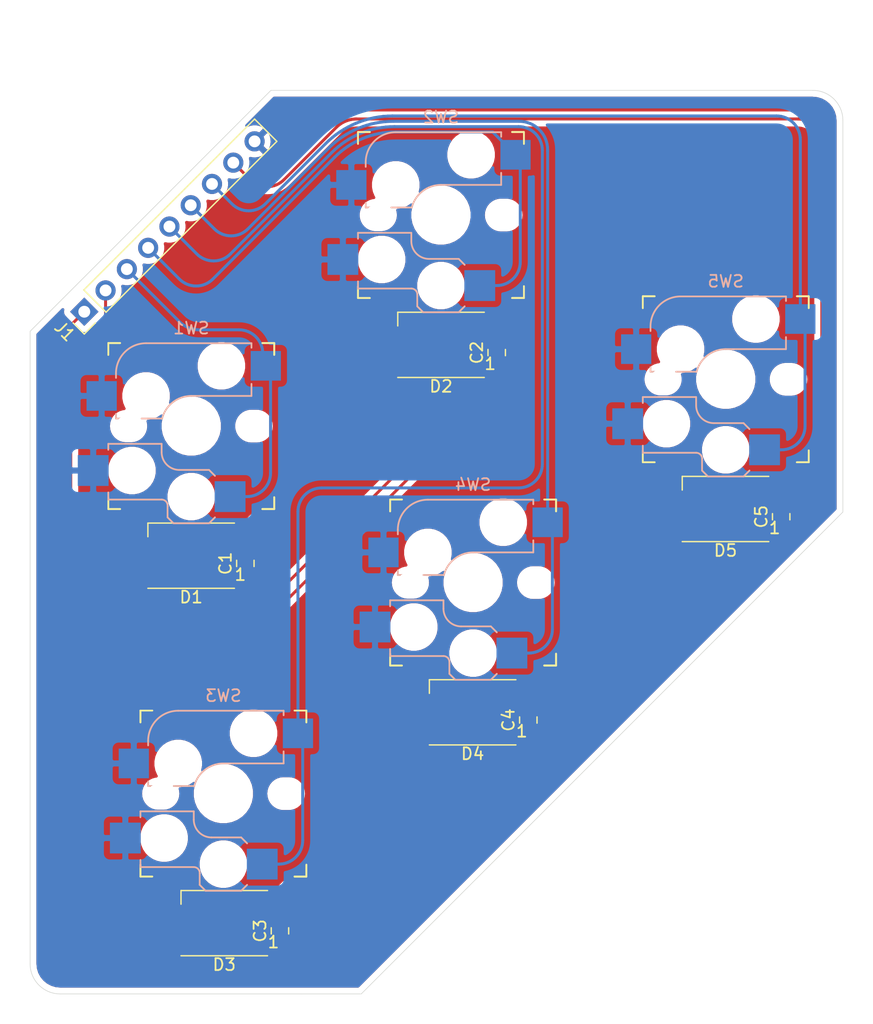
<source format=kicad_pcb>
(kicad_pcb (version 20171130) (host pcbnew 5.1.10)
  (layers (0 F.Cu signal hide) (31 B.Cu signal) (34 B.Paste user) (35 F.Paste user) (36 B.SilkS user) (37 F.SilkS user) (38 B.Mask user) (39 F.Mask user) (44 Edge.Cuts user))
  (net 0 "")
  (net 1 GND)
  (net 2 +5V)
  (net 3 "Net-(D1-Pad2)")
  (net 4 LED_IN)
  (net 5 "Net-(D2-Pad2)")
  (net 6 "Net-(D3-Pad2)")
  (net 7 "Net-(D4-Pad2)")
  (net 8 LED_OUT)
  (net 9 BTN_CR)
  (net 10 BTN_A)
  (net 11 BTN_CD)
  (net 12 BTN_CU)
  (net 13 BTN_CL)
  (module mx+choc_socket:MX+Choc_socket (layer F.Cu) (at 143.885999 71.473)
    (fp_text reference SW2 (at -2.54 -3.175) (layer B.SilkS) (effects (justify mirror)))
    (fp_text value SW_Push)
    (pad "" np_thru_hole oval (at -7.82828 5.08508) (size 2.12 1.7) (drill oval 2.12 1.7) (layers *.Cu *.Mask))
    (pad "" np_thru_hole oval (at 2.75082 5.08508) (size 2.15 1.75) (drill oval 2.15 1.75) (layers *.Cu *.Mask))
    (pad 1 smd rect (at 0.735 11.03) (size 2.6 2.6) (layers B.Cu B.Paste B.Mask) (net 12 BTN_CU))
    (pad "" np_thru_hole circle (at -7.54 8.83) (size 3 3) (drill 3) (layers *.Cu *.Mask))
    (pad "" np_thru_hole circle (at -2.54 11.03) (size 3 3) (drill 3) (layers *.Cu *.Mask))
    (pad 2 smd rect (at -10.815 8.83) (size 2.6 2.6) (layers B.Cu B.Paste B.Mask) (net 1 GND))
    (pad 2 smd rect (at -10.1 2.54) (size 2.55 2.5) (layers B.Cu B.Paste B.Mask) (net 1 GND))
    (pad "" np_thru_hole circle (at -2.54 5.08) (size 3.9878 3.9878) (drill 3.9878) (layers *.Cu *.Mask))
    (pad "" np_thru_hole circle (at -6.35 2.54) (size 3 3) (drill 3) (layers *.Cu *.Mask))
    (pad "" np_thru_hole circle (at 0 0) (size 3 3) (drill 3) (layers *.Cu *.Mask))
    (pad 1 smd rect (at 3.75 0) (size 2.55 2.5) (layers B.Cu B.Paste B.Mask) (net 12 BTN_CU))
  )
  (module mx+choc_socket:MX+Choc_socket (layer F.Cu) (at 167.916999 85.324)
    (fp_text reference SW5 (at -2.54 -3.175) (layer B.SilkS) (effects (justify mirror)))
    (fp_text value SW_Push)
    (pad "" np_thru_hole oval (at -7.82828 5.08508) (size 2.12 1.7) (drill oval 2.12 1.7) (layers *.Cu *.Mask))
    (pad "" np_thru_hole oval (at 2.75082 5.08508) (size 2.15 1.75) (drill oval 2.15 1.75) (layers *.Cu *.Mask))
    (pad 1 smd rect (at 0.735 11.03) (size 2.6 2.6) (layers B.Cu B.Paste B.Mask) (net 9 BTN_CR))
    (pad "" np_thru_hole circle (at -7.54 8.83) (size 3 3) (drill 3) (layers *.Cu *.Mask))
    (pad "" np_thru_hole circle (at -2.54 11.03) (size 3 3) (drill 3) (layers *.Cu *.Mask))
    (pad 2 smd rect (at -10.815 8.83) (size 2.6 2.6) (layers B.Cu B.Paste B.Mask) (net 1 GND))
    (pad 2 smd rect (at -10.1 2.54) (size 2.55 2.5) (layers B.Cu B.Paste B.Mask) (net 1 GND))
    (pad "" np_thru_hole circle (at -2.54 5.08) (size 3.9878 3.9878) (drill 3.9878) (layers *.Cu *.Mask))
    (pad "" np_thru_hole circle (at -6.35 2.54) (size 3 3) (drill 3) (layers *.Cu *.Mask))
    (pad "" np_thru_hole circle (at 0 0) (size 3 3) (drill 3) (layers *.Cu *.Mask))
    (pad 1 smd rect (at 3.75 0) (size 2.55 2.5) (layers B.Cu B.Paste B.Mask) (net 9 BTN_CR))
  )
  (module mx+choc_socket:MX+Choc_socket (layer F.Cu) (at 146.597999 102.466)
    (fp_text reference SW4 (at -2.54 -3.175) (layer B.SilkS) (effects (justify mirror)))
    (fp_text value SW_Push)
    (pad "" np_thru_hole oval (at -7.82828 5.08508) (size 2.12 1.7) (drill oval 2.12 1.7) (layers *.Cu *.Mask))
    (pad "" np_thru_hole oval (at 2.75082 5.08508) (size 2.15 1.75) (drill oval 2.15 1.75) (layers *.Cu *.Mask))
    (pad 1 smd rect (at 0.735 11.03) (size 2.6 2.6) (layers B.Cu B.Paste B.Mask) (net 10 BTN_A))
    (pad "" np_thru_hole circle (at -7.54 8.83) (size 3 3) (drill 3) (layers *.Cu *.Mask))
    (pad "" np_thru_hole circle (at -2.54 11.03) (size 3 3) (drill 3) (layers *.Cu *.Mask))
    (pad 2 smd rect (at -10.815 8.83) (size 2.6 2.6) (layers B.Cu B.Paste B.Mask) (net 1 GND))
    (pad 2 smd rect (at -10.1 2.54) (size 2.55 2.5) (layers B.Cu B.Paste B.Mask) (net 1 GND))
    (pad "" np_thru_hole circle (at -2.54 5.08) (size 3.9878 3.9878) (drill 3.9878) (layers *.Cu *.Mask))
    (pad "" np_thru_hole circle (at -6.35 2.54) (size 3 3) (drill 3) (layers *.Cu *.Mask))
    (pad "" np_thru_hole circle (at 0 0) (size 3 3) (drill 3) (layers *.Cu *.Mask))
    (pad 1 smd rect (at 3.75 0) (size 2.55 2.5) (layers B.Cu B.Paste B.Mask) (net 10 BTN_A))
  )
  (module mx+choc_socket:MX+Choc_socket (layer F.Cu) (at 125.529999 120.263)
    (fp_text reference SW3 (at -2.54 -3.175) (layer B.SilkS) (effects (justify mirror)))
    (fp_text value SW_Push)
    (pad "" np_thru_hole oval (at -7.82828 5.08508) (size 2.12 1.7) (drill oval 2.12 1.7) (layers *.Cu *.Mask))
    (pad "" np_thru_hole oval (at 2.75082 5.08508) (size 2.15 1.75) (drill oval 2.15 1.75) (layers *.Cu *.Mask))
    (pad 1 smd rect (at 0.735 11.03) (size 2.6 2.6) (layers B.Cu B.Paste B.Mask) (net 11 BTN_CD))
    (pad "" np_thru_hole circle (at -7.54 8.83) (size 3 3) (drill 3) (layers *.Cu *.Mask))
    (pad "" np_thru_hole circle (at -2.54 11.03) (size 3 3) (drill 3) (layers *.Cu *.Mask))
    (pad 2 smd rect (at -10.815 8.83) (size 2.6 2.6) (layers B.Cu B.Paste B.Mask) (net 1 GND))
    (pad 2 smd rect (at -10.1 2.54) (size 2.55 2.5) (layers B.Cu B.Paste B.Mask) (net 1 GND))
    (pad "" np_thru_hole circle (at -2.54 5.08) (size 3.9878 3.9878) (drill 3.9878) (layers *.Cu *.Mask))
    (pad "" np_thru_hole circle (at -6.35 2.54) (size 3 3) (drill 3) (layers *.Cu *.Mask))
    (pad "" np_thru_hole circle (at 0 0) (size 3 3) (drill 3) (layers *.Cu *.Mask))
    (pad 1 smd rect (at 3.75 0) (size 2.55 2.5) (layers B.Cu B.Paste B.Mask) (net 11 BTN_CD))
  )
  (module mx+choc_socket:MX+Choc_socket (layer F.Cu) (at 122.817999 89.27)
    (fp_text reference SW1 (at -2.54 -3.175) (layer B.SilkS) (effects (justify mirror)))
    (fp_text value SW_Push)
    (pad "" np_thru_hole oval (at -7.82828 5.08508) (size 2.12 1.7) (drill oval 2.12 1.7) (layers *.Cu *.Mask))
    (pad "" np_thru_hole oval (at 2.75082 5.08508) (size 2.15 1.75) (drill oval 2.15 1.75) (layers *.Cu *.Mask))
    (pad 1 smd rect (at 0.735 11.03) (size 2.6 2.6) (layers B.Cu B.Paste B.Mask) (net 13 BTN_CL))
    (pad "" np_thru_hole circle (at -7.54 8.83) (size 3 3) (drill 3) (layers *.Cu *.Mask))
    (pad "" np_thru_hole circle (at -2.54 11.03) (size 3 3) (drill 3) (layers *.Cu *.Mask))
    (pad 2 smd rect (at -10.815 8.83) (size 2.6 2.6) (layers B.Cu B.Paste B.Mask) (net 1 GND))
    (pad 2 smd rect (at -10.1 2.54) (size 2.55 2.5) (layers B.Cu B.Paste B.Mask) (net 1 GND))
    (pad "" np_thru_hole circle (at -2.54 5.08) (size 3.9878 3.9878) (drill 3.9878) (layers *.Cu *.Mask))
    (pad "" np_thru_hole circle (at -6.35 2.54) (size 3 3) (drill 3) (layers *.Cu *.Mask))
    (pad "" np_thru_hole circle (at 0 0) (size 3 3) (drill 3) (layers *.Cu *.Mask))
    (pad 1 smd rect (at 3.75 0) (size 2.55 2.5) (layers B.Cu B.Paste B.Mask) (net 13 BTN_CL))
  )
  (module Connector_PinHeader_2.54mm:PinHeader_1x09_P2.54mm_Vertical (layer F.Cu) (at 111.252 84.709 135)
    (fp_text reference J1 (at 0 -2.33 135) (layer F.SilkS))
    (fp_text value Conn_01x09)
    (pad 9 thru_hole oval (at 0 20.32 135) (size 1.7 1.7) (drill 1) (layers *.Cu *.Mask) (net 1 GND))
    (pad 8 thru_hole oval (at 0 17.78 135) (size 1.7 1.7) (drill 1) (layers *.Cu *.Mask) (net 8 LED_OUT))
    (pad 7 thru_hole oval (at 0 15.24 135) (size 1.7 1.7) (drill 1) (layers *.Cu *.Mask) (net 9 BTN_CR))
    (pad 6 thru_hole oval (at 0 12.7 135) (size 1.7 1.7) (drill 1) (layers *.Cu *.Mask) (net 10 BTN_A))
    (pad 5 thru_hole oval (at 0 10.16 135) (size 1.7 1.7) (drill 1) (layers *.Cu *.Mask) (net 11 BTN_CD))
    (pad 4 thru_hole oval (at 0 7.62 135) (size 1.7 1.7) (drill 1) (layers *.Cu *.Mask) (net 12 BTN_CU))
    (pad 3 thru_hole oval (at 0 5.08 135) (size 1.7 1.7) (drill 1) (layers *.Cu *.Mask) (net 13 BTN_CL))
    (pad 2 thru_hole oval (at 0 2.54 135) (size 1.7 1.7) (drill 1) (layers *.Cu *.Mask) (net 4 LED_IN))
    (pad 1 thru_hole rect (at 0 0 135) (size 1.7 1.7) (drill 1) (layers *.Cu *.Mask) (net 2 +5V))
  )
  (module LED_SMD:LED_WS2812B_PLCC4_5.0x5.0mm_P3.2mm (layer F.Cu) (at 165.354 101.346 180)
    (fp_text reference D5 (at 0 -3.5) (layer F.SilkS))
    (fp_text value WS2812B)
    (fp_text user 1 (at -4.15 -1.6) (layer F.SilkS))
    (pad 1 smd rect (at -2.45 -1.6 180) (size 1.5 1) (layers F.Cu F.Paste F.Mask) (net 2 +5V))
    (pad 2 smd rect (at -2.45 1.6 180) (size 1.5 1) (layers F.Cu F.Paste F.Mask) (net 8 LED_OUT))
    (pad 4 smd rect (at 2.45 -1.6 180) (size 1.5 1) (layers F.Cu F.Paste F.Mask) (net 7 "Net-(D4-Pad2)"))
    (pad 3 smd rect (at 2.45 1.6 180) (size 1.5 1) (layers F.Cu F.Paste F.Mask) (net 1 GND))
  )
  (module LED_SMD:LED_WS2812B_PLCC4_5.0x5.0mm_P3.2mm (layer F.Cu) (at 144.018 118.491 180)
    (fp_text reference D4 (at 0 -3.5) (layer F.SilkS))
    (fp_text value WS2812B)
    (fp_text user 1 (at -4.15 -1.6) (layer F.SilkS))
    (pad 1 smd rect (at -2.45 -1.6 180) (size 1.5 1) (layers F.Cu F.Paste F.Mask) (net 2 +5V))
    (pad 2 smd rect (at -2.45 1.6 180) (size 1.5 1) (layers F.Cu F.Paste F.Mask) (net 7 "Net-(D4-Pad2)"))
    (pad 4 smd rect (at 2.45 -1.6 180) (size 1.5 1) (layers F.Cu F.Paste F.Mask) (net 6 "Net-(D3-Pad2)"))
    (pad 3 smd rect (at 2.45 1.6 180) (size 1.5 1) (layers F.Cu F.Paste F.Mask) (net 1 GND))
  )
  (module LED_SMD:LED_WS2812B_PLCC4_5.0x5.0mm_P3.2mm (layer F.Cu) (at 123.063 136.271 180)
    (fp_text reference D3 (at 0 -3.5) (layer F.SilkS))
    (fp_text value WS2812B)
    (fp_text user 1 (at -4.15 -1.6) (layer F.SilkS))
    (pad 1 smd rect (at -2.45 -1.6 180) (size 1.5 1) (layers F.Cu F.Paste F.Mask) (net 2 +5V))
    (pad 2 smd rect (at -2.45 1.6 180) (size 1.5 1) (layers F.Cu F.Paste F.Mask) (net 6 "Net-(D3-Pad2)"))
    (pad 4 smd rect (at 2.45 -1.6 180) (size 1.5 1) (layers F.Cu F.Paste F.Mask) (net 5 "Net-(D2-Pad2)"))
    (pad 3 smd rect (at 2.45 1.6 180) (size 1.5 1) (layers F.Cu F.Paste F.Mask) (net 1 GND))
  )
  (module LED_SMD:LED_WS2812B_PLCC4_5.0x5.0mm_P3.2mm (layer F.Cu) (at 141.351 87.503 180)
    (fp_text reference D2 (at 0 -3.5) (layer F.SilkS))
    (fp_text value WS2812B)
    (fp_text user 1 (at -4.15 -1.6) (layer F.SilkS))
    (pad 1 smd rect (at -2.45 -1.6 180) (size 1.5 1) (layers F.Cu F.Paste F.Mask) (net 2 +5V))
    (pad 2 smd rect (at -2.45 1.6 180) (size 1.5 1) (layers F.Cu F.Paste F.Mask) (net 5 "Net-(D2-Pad2)"))
    (pad 4 smd rect (at 2.45 -1.6 180) (size 1.5 1) (layers F.Cu F.Paste F.Mask) (net 3 "Net-(D1-Pad2)"))
    (pad 3 smd rect (at 2.45 1.6 180) (size 1.5 1) (layers F.Cu F.Paste F.Mask) (net 1 GND))
  )
  (module LED_SMD:LED_WS2812B_PLCC4_5.0x5.0mm_P3.2mm (layer F.Cu) (at 120.269 105.283 180)
    (fp_text reference D1 (at 0 -3.5) (layer F.SilkS))
    (fp_text value WS2812B)
    (fp_text user 1 (at -4.15 -1.6) (layer F.SilkS))
    (pad 1 smd rect (at -2.45 -1.6 180) (size 1.5 1) (layers F.Cu F.Paste F.Mask) (net 2 +5V))
    (pad 2 smd rect (at -2.45 1.6 180) (size 1.5 1) (layers F.Cu F.Paste F.Mask) (net 3 "Net-(D1-Pad2)"))
    (pad 4 smd rect (at 2.45 -1.6 180) (size 1.5 1) (layers F.Cu F.Paste F.Mask) (net 4 LED_IN))
    (pad 3 smd rect (at 2.45 1.6 180) (size 1.5 1) (layers F.Cu F.Paste F.Mask) (net 1 GND))
  )
  (module Capacitor_SMD:C_0805_2012Metric (layer F.Cu) (at 170.053 101.996 90)
    (fp_text reference C5 (at 0 -1.68 90) (layer F.SilkS))
    (fp_text value C)
    (pad 2 smd roundrect (at 0.95 0 90) (size 1 1.45) (layers F.Cu F.Paste F.Mask) (net 1 GND))
    (pad 1 smd roundrect (at -0.95 0 90) (size 1 1.45) (layers F.Cu F.Paste F.Mask) (net 2 +5V))
  )
  (module Capacitor_SMD:C_0805_2012Metric (layer F.Cu) (at 148.717 119.141 90)
    (fp_text reference C4 (at 0 -1.68 90) (layer F.SilkS))
    (fp_text value C)
    (pad 2 smd roundrect (at 0.95 0 90) (size 1 1.45) (layers F.Cu F.Paste F.Mask) (net 1 GND))
    (pad 1 smd roundrect (at -0.95 0 90) (size 1 1.45) (layers F.Cu F.Paste F.Mask) (net 2 +5V))
  )
  (module Capacitor_SMD:C_0805_2012Metric (layer F.Cu) (at 127.762 136.921 90)
    (fp_text reference C3 (at 0 -1.68 90) (layer F.SilkS))
    (fp_text value C)
    (pad 2 smd roundrect (at 0.95 0 90) (size 1 1.45) (layers F.Cu F.Paste F.Mask) (net 1 GND))
    (pad 1 smd roundrect (at -0.95 0 90) (size 1 1.45) (layers F.Cu F.Paste F.Mask) (net 2 +5V))
  )
  (module Capacitor_SMD:C_0805_2012Metric (layer F.Cu) (at 146.05 88.153 90)
    (fp_text reference C2 (at 0 -1.68 90) (layer F.SilkS))
    (fp_text value C)
    (pad 2 smd roundrect (at 0.95 0 90) (size 1 1.45) (layers F.Cu F.Paste F.Mask) (net 1 GND))
    (pad 1 smd roundrect (at -0.95 0 90) (size 1 1.45) (layers F.Cu F.Paste F.Mask) (net 2 +5V))
  )
  (module Capacitor_SMD:C_0805_2012Metric (layer F.Cu) (at 124.841 105.933 90)
    (fp_text reference C1 (at 0 -1.68 90) (layer F.SilkS))
    (fp_text value C)
    (pad 2 smd roundrect (at 0.95 0 90) (size 1 1.45) (layers F.Cu F.Paste F.Mask) (net 1 GND))
    (pad 1 smd roundrect (at -0.95 0 90) (size 1 1.45) (layers F.Cu F.Paste F.Mask) (net 2 +5V))
  )
  (gr_arc (start 109.22 139.7) (end 106.68 139.7) (angle -90) (layer Edge.Cuts) (width 0.05))
  (gr_arc (start 172.72 68.58) (end 175.26 68.58) (angle -90) (layer Edge.Cuts) (width 0.05))
  (gr_line (start 172.72 66.04) (end 127 66.04) (layer Edge.Cuts) (width 0.05))
  (gr_line (start 175.26 101.6) (end 175.26 68.58) (layer Edge.Cuts) (width 0.05))
  (gr_line (start 134.62 142.24) (end 175.26 101.6) (layer Edge.Cuts) (width 0.05))
  (gr_line (start 129.54 142.24) (end 134.62 142.24) (layer Edge.Cuts) (width 0.05))
  (gr_line (start 109.22 142.24) (end 129.54 142.24) (layer Edge.Cuts) (width 0.05))
  (gr_line (start 106.68 86.36) (end 106.68 139.7) (layer Edge.Cuts) (width 0.05))
  (gr_line (start 127 66.04) (end 106.68 86.36) (layer Edge.Cuts) (width 0.05))
  (segment (start 167.804 102.946) (end 170.053 102.946) (width 0.25) (layer F.Cu) (net 2))
  (segment (start 143.801 89.103) (end 143.942 89.103) (width 0.25) (layer F.Cu) (net 2))
  (segment (start 143.942 89.103) (end 146.05 89.103) (width 0.25) (layer F.Cu) (net 2))
  (segment (start 122.719 106.883) (end 124.841 106.883) (width 0.25) (layer F.Cu) (net 2))
  (segment (start 146.468 120.091) (end 148.717 120.091) (width 0.25) (layer F.Cu) (net 2))
  (segment (start 125.513 137.871) (end 127.762 137.871) (width 0.25) (layer F.Cu) (net 2))
  (segment (start 109.673106 86.287893) (end 111.252 84.709) (width 0.25) (layer F.Cu) (net 2))
  (segment (start 109.673106 86.287893) (end 109.591398 86.373712) (width 0.25) (layer F.Cu) (net 2))
  (segment (start 109.591398 86.373712) (end 109.514 86.463438) (width 0.25) (layer F.Cu) (net 2))
  (segment (start 109.514 86.463438) (end 109.441098 86.556854) (width 0.25) (layer F.Cu) (net 2))
  (segment (start 109.441098 86.556854) (end 109.372867 86.653734) (width 0.25) (layer F.Cu) (net 2))
  (segment (start 109.372867 86.653734) (end 109.309472 86.753845) (width 0.25) (layer F.Cu) (net 2))
  (segment (start 109.309472 86.753845) (end 109.251066 86.856947) (width 0.25) (layer F.Cu) (net 2))
  (segment (start 109.251066 86.856947) (end 109.197789 86.96279) (width 0.25) (layer F.Cu) (net 2))
  (segment (start 109.197789 86.96279) (end 109.14977 87.07112) (width 0.25) (layer F.Cu) (net 2))
  (segment (start 109.14977 87.07112) (end 109.107124 87.181675) (width 0.25) (layer F.Cu) (net 2))
  (segment (start 109.107124 87.181675) (end 109.069954 87.29419) (width 0.25) (layer F.Cu) (net 2))
  (segment (start 109.069954 87.29419) (end 109.03835 87.408393) (width 0.25) (layer F.Cu) (net 2))
  (segment (start 109.03835 87.408393) (end 109.012387 87.52401) (width 0.25) (layer F.Cu) (net 2))
  (segment (start 109.012387 87.52401) (end 108.992129 87.640761) (width 0.25) (layer F.Cu) (net 2))
  (segment (start 108.992129 87.640761) (end 108.977624 87.758365) (width 0.25) (layer F.Cu) (net 2))
  (segment (start 108.977624 87.758365) (end 108.968907 87.87654) (width 0.25) (layer F.Cu) (net 2))
  (segment (start 108.968907 87.87654) (end 108.966 87.995) (width 0.25) (layer F.Cu) (net 2))
  (segment (start 108.966 87.995) (end 108.966 110.617) (width 0.25) (layer F.Cu) (net 2))
  (segment (start 122.719 108.617) (end 122.719 106.883) (width 0.25) (layer F.Cu) (net 2))
  (segment (start 122.719 108.617) (end 122.709369 108.813034) (width 0.25) (layer F.Cu) (net 2))
  (segment (start 122.709369 108.813034) (end 122.68057 109.00718) (width 0.25) (layer F.Cu) (net 2))
  (segment (start 122.68057 109.00718) (end 122.63288 109.197569) (width 0.25) (layer F.Cu) (net 2))
  (segment (start 122.63288 109.197569) (end 122.566759 109.382366) (width 0.25) (layer F.Cu) (net 2))
  (segment (start 122.566759 109.382366) (end 122.482842 109.559793) (width 0.25) (layer F.Cu) (net 2))
  (segment (start 122.482842 109.559793) (end 122.381939 109.72814) (width 0.25) (layer F.Cu) (net 2))
  (segment (start 122.381939 109.72814) (end 122.26502 109.885786) (width 0.25) (layer F.Cu) (net 2))
  (segment (start 122.26502 109.885786) (end 122.133213 110.031213) (width 0.25) (layer F.Cu) (net 2))
  (segment (start 122.133213 110.031213) (end 121.987786 110.16302) (width 0.25) (layer F.Cu) (net 2))
  (segment (start 121.987786 110.16302) (end 121.83014 110.279939) (width 0.25) (layer F.Cu) (net 2))
  (segment (start 121.83014 110.279939) (end 121.661793 110.380842) (width 0.25) (layer F.Cu) (net 2))
  (segment (start 121.661793 110.380842) (end 121.484366 110.464759) (width 0.25) (layer F.Cu) (net 2))
  (segment (start 121.484366 110.464759) (end 121.299569 110.53088) (width 0.25) (layer F.Cu) (net 2))
  (segment (start 121.299569 110.53088) (end 121.10918 110.57857) (width 0.25) (layer F.Cu) (net 2))
  (segment (start 121.10918 110.57857) (end 120.915034 110.607369) (width 0.25) (layer F.Cu) (net 2))
  (segment (start 120.915034 110.607369) (end 120.719 110.617) (width 0.25) (layer F.Cu) (net 2))
  (segment (start 110.966 140.589) (end 110.769965 140.579369) (width 0.25) (layer F.Cu) (net 2))
  (segment (start 110.769965 140.579369) (end 110.575819 140.55057) (width 0.25) (layer F.Cu) (net 2))
  (segment (start 110.575819 140.55057) (end 110.38543 140.50288) (width 0.25) (layer F.Cu) (net 2))
  (segment (start 110.38543 140.50288) (end 110.200633 140.436759) (width 0.25) (layer F.Cu) (net 2))
  (segment (start 110.200633 140.436759) (end 110.023206 140.352842) (width 0.25) (layer F.Cu) (net 2))
  (segment (start 110.023206 140.352842) (end 109.854859 140.251939) (width 0.25) (layer F.Cu) (net 2))
  (segment (start 109.854859 140.251939) (end 109.697213 140.13502) (width 0.25) (layer F.Cu) (net 2))
  (segment (start 109.697213 140.13502) (end 109.551786 140.003213) (width 0.25) (layer F.Cu) (net 2))
  (segment (start 109.551786 140.003213) (end 109.419979 139.857786) (width 0.25) (layer F.Cu) (net 2))
  (segment (start 109.419979 139.857786) (end 109.30306 139.70014) (width 0.25) (layer F.Cu) (net 2))
  (segment (start 109.30306 139.70014) (end 109.202157 139.531793) (width 0.25) (layer F.Cu) (net 2))
  (segment (start 109.202157 139.531793) (end 109.11824 139.354366) (width 0.25) (layer F.Cu) (net 2))
  (segment (start 109.11824 139.354366) (end 109.052119 139.169569) (width 0.25) (layer F.Cu) (net 2))
  (segment (start 109.052119 139.169569) (end 109.004429 138.97918) (width 0.25) (layer F.Cu) (net 2))
  (segment (start 109.004429 138.97918) (end 108.97563 138.785034) (width 0.25) (layer F.Cu) (net 2))
  (segment (start 108.97563 138.785034) (end 108.966 138.589) (width 0.25) (layer F.Cu) (net 2))
  (segment (start 108.966 138.589) (end 108.966 110.617) (width 0.25) (layer F.Cu) (net 2))
  (segment (start 133.112 140.589) (end 124.46 140.589) (width 0.25) (layer F.Cu) (net 2))
  (segment (start 133.112 140.589) (end 133.230459 140.586091) (width 0.25) (layer F.Cu) (net 2))
  (segment (start 133.230459 140.586091) (end 133.348634 140.577374) (width 0.25) (layer F.Cu) (net 2))
  (segment (start 133.348634 140.577374) (end 133.466238 140.562869) (width 0.25) (layer F.Cu) (net 2))
  (segment (start 133.466238 140.562869) (end 133.582989 140.542611) (width 0.25) (layer F.Cu) (net 2))
  (segment (start 133.582989 140.542611) (end 133.698605 140.516648) (width 0.25) (layer F.Cu) (net 2))
  (segment (start 133.698605 140.516648) (end 133.812808 140.485044) (width 0.25) (layer F.Cu) (net 2))
  (segment (start 133.812808 140.485044) (end 133.925323 140.447874) (width 0.25) (layer F.Cu) (net 2))
  (segment (start 133.925323 140.447874) (end 134.035879 140.405228) (width 0.25) (layer F.Cu) (net 2))
  (segment (start 134.035879 140.405228) (end 134.144208 140.357209) (width 0.25) (layer F.Cu) (net 2))
  (segment (start 134.144208 140.357209) (end 134.250051 140.303932) (width 0.25) (layer F.Cu) (net 2))
  (segment (start 134.250051 140.303932) (end 134.353153 140.245525) (width 0.25) (layer F.Cu) (net 2))
  (segment (start 134.353153 140.245525) (end 134.453264 140.182131) (width 0.25) (layer F.Cu) (net 2))
  (segment (start 134.453264 140.182131) (end 134.550144 140.1139) (width 0.25) (layer F.Cu) (net 2))
  (segment (start 134.550144 140.1139) (end 134.643559 140.040998) (width 0.25) (layer F.Cu) (net 2))
  (segment (start 134.643559 140.040998) (end 134.733285 139.9636) (width 0.25) (layer F.Cu) (net 2))
  (segment (start 134.733285 139.9636) (end 134.819106 139.881893) (width 0.25) (layer F.Cu) (net 2))
  (segment (start 125.513 138.589) (end 125.513 137.871) (width 0.25) (layer F.Cu) (net 2))
  (segment (start 125.513 138.589) (end 125.503369 138.785034) (width 0.25) (layer F.Cu) (net 2))
  (segment (start 125.503369 138.785034) (end 125.47457 138.97918) (width 0.25) (layer F.Cu) (net 2))
  (segment (start 125.47457 138.97918) (end 125.42688 139.169569) (width 0.25) (layer F.Cu) (net 2))
  (segment (start 125.42688 139.169569) (end 125.360759 139.354366) (width 0.25) (layer F.Cu) (net 2))
  (segment (start 125.360759 139.354366) (end 125.276842 139.531793) (width 0.25) (layer F.Cu) (net 2))
  (segment (start 125.276842 139.531793) (end 125.175939 139.70014) (width 0.25) (layer F.Cu) (net 2))
  (segment (start 125.175939 139.70014) (end 125.05902 139.857786) (width 0.25) (layer F.Cu) (net 2))
  (segment (start 125.05902 139.857786) (end 124.927213 140.003213) (width 0.25) (layer F.Cu) (net 2))
  (segment (start 124.927213 140.003213) (end 124.781786 140.13502) (width 0.25) (layer F.Cu) (net 2))
  (segment (start 124.781786 140.13502) (end 124.62414 140.251939) (width 0.25) (layer F.Cu) (net 2))
  (segment (start 124.62414 140.251939) (end 124.455793 140.352842) (width 0.25) (layer F.Cu) (net 2))
  (segment (start 124.455793 140.352842) (end 124.278366 140.436759) (width 0.25) (layer F.Cu) (net 2))
  (segment (start 124.278366 140.436759) (end 124.093569 140.50288) (width 0.25) (layer F.Cu) (net 2))
  (segment (start 124.093569 140.50288) (end 123.90318 140.55057) (width 0.25) (layer F.Cu) (net 2))
  (segment (start 123.90318 140.55057) (end 123.709034 140.579369) (width 0.25) (layer F.Cu) (net 2))
  (segment (start 123.709034 140.579369) (end 123.513 140.589) (width 0.25) (layer F.Cu) (net 2))
  (segment (start 124.46 140.589) (end 123.19 140.589) (width 0.25) (layer F.Cu) (net 2))
  (segment (start 123.19 140.589) (end 110.966 140.589) (width 0.25) (layer F.Cu) (net 2))
  (segment (start 123.513 140.589) (end 123.19 140.589) (width 0.25) (layer F.Cu) (net 2))
  (segment (start 146.468 127.232998) (end 146.468 120.091) (width 0.25) (layer F.Cu) (net 2))
  (segment (start 146.468 127.232998) (end 146.465091 127.351457) (width 0.25) (layer F.Cu) (net 2))
  (segment (start 146.465091 127.351457) (end 146.456374 127.469632) (width 0.25) (layer F.Cu) (net 2))
  (segment (start 146.456374 127.469632) (end 146.441869 127.587236) (width 0.25) (layer F.Cu) (net 2))
  (segment (start 146.441869 127.587236) (end 146.421611 127.703987) (width 0.25) (layer F.Cu) (net 2))
  (segment (start 146.421611 127.703987) (end 146.395648 127.819603) (width 0.25) (layer F.Cu) (net 2))
  (segment (start 146.395648 127.819603) (end 146.364044 127.933806) (width 0.25) (layer F.Cu) (net 2))
  (segment (start 146.364044 127.933806) (end 146.326874 128.046321) (width 0.25) (layer F.Cu) (net 2))
  (segment (start 146.326874 128.046321) (end 146.284228 128.156877) (width 0.25) (layer F.Cu) (net 2))
  (segment (start 146.284228 128.156877) (end 146.236209 128.265206) (width 0.25) (layer F.Cu) (net 2))
  (segment (start 146.236209 128.265206) (end 146.182932 128.371049) (width 0.25) (layer F.Cu) (net 2))
  (segment (start 146.182932 128.371049) (end 146.124525 128.474151) (width 0.25) (layer F.Cu) (net 2))
  (segment (start 146.124525 128.474151) (end 146.061131 128.574262) (width 0.25) (layer F.Cu) (net 2))
  (segment (start 146.061131 128.574262) (end 145.9929 128.671142) (width 0.25) (layer F.Cu) (net 2))
  (segment (start 145.9929 128.671142) (end 145.919998 128.764557) (width 0.25) (layer F.Cu) (net 2))
  (segment (start 145.919998 128.764557) (end 145.8426 128.854283) (width 0.25) (layer F.Cu) (net 2))
  (segment (start 145.8426 128.854283) (end 145.760893 128.940104) (width 0.25) (layer F.Cu) (net 2))
  (segment (start 167.096893 107.604106) (end 146.494497 128.206499) (width 0.25) (layer F.Cu) (net 2))
  (segment (start 167.255998 107.428559) (end 167.1786 107.518285) (width 0.25) (layer F.Cu) (net 2))
  (segment (start 167.397131 107.238264) (end 167.3289 107.335144) (width 0.25) (layer F.Cu) (net 2))
  (segment (start 167.1786 107.518285) (end 167.096893 107.604106) (width 0.25) (layer F.Cu) (net 2))
  (segment (start 167.460525 107.138153) (end 167.397131 107.238264) (width 0.25) (layer F.Cu) (net 2))
  (segment (start 146.494497 128.206499) (end 145.605498 129.095498) (width 0.25) (layer F.Cu) (net 2))
  (segment (start 167.518932 107.035051) (end 167.460525 107.138153) (width 0.25) (layer F.Cu) (net 2))
  (segment (start 145.605498 129.095498) (end 134.819106 139.881893) (width 0.25) (layer F.Cu) (net 2))
  (segment (start 167.804 102.946) (end 167.804 105.897) (width 0.25) (layer F.Cu) (net 2))
  (segment (start 145.760893 128.940104) (end 145.605498 129.095498) (width 0.25) (layer F.Cu) (net 2))
  (segment (start 167.620228 106.820879) (end 167.572209 106.929208) (width 0.25) (layer F.Cu) (net 2))
  (segment (start 167.804 105.897) (end 167.801091 106.015459) (width 0.25) (layer F.Cu) (net 2))
  (segment (start 167.3289 107.335144) (end 167.255998 107.428559) (width 0.25) (layer F.Cu) (net 2))
  (segment (start 167.801091 106.015459) (end 167.792374 106.133634) (width 0.25) (layer F.Cu) (net 2))
  (segment (start 167.777869 106.251238) (end 167.757611 106.367989) (width 0.25) (layer F.Cu) (net 2))
  (segment (start 167.757611 106.367989) (end 167.731648 106.483605) (width 0.25) (layer F.Cu) (net 2))
  (segment (start 167.792374 106.133634) (end 167.777869 106.251238) (width 0.25) (layer F.Cu) (net 2))
  (segment (start 167.731648 106.483605) (end 167.700044 106.597808) (width 0.25) (layer F.Cu) (net 2))
  (segment (start 167.700044 106.597808) (end 167.662874 106.710323) (width 0.25) (layer F.Cu) (net 2))
  (segment (start 167.662874 106.710323) (end 167.620228 106.820879) (width 0.25) (layer F.Cu) (net 2))
  (segment (start 167.572209 106.929208) (end 167.518932 107.035051) (width 0.25) (layer F.Cu) (net 2))
  (segment (start 120.719 110.617) (end 120.523 110.617) (width 0.25) (layer F.Cu) (net 2))
  (segment (start 120.523 110.617) (end 108.966 110.617) (width 0.25) (layer F.Cu) (net 2))
  (segment (start 143.801 91.165) (end 143.801 89.103) (width 0.25) (layer F.Cu) (net 2))
  (segment (start 143.801 91.165) (end 143.798091 91.283459) (width 0.25) (layer F.Cu) (net 2))
  (segment (start 143.798091 91.283459) (end 143.789374 91.401634) (width 0.25) (layer F.Cu) (net 2))
  (segment (start 143.789374 91.401634) (end 143.774869 91.519238) (width 0.25) (layer F.Cu) (net 2))
  (segment (start 143.774869 91.519238) (end 143.754611 91.635989) (width 0.25) (layer F.Cu) (net 2))
  (segment (start 143.754611 91.635989) (end 143.728648 91.751605) (width 0.25) (layer F.Cu) (net 2))
  (segment (start 143.728648 91.751605) (end 143.697044 91.865808) (width 0.25) (layer F.Cu) (net 2))
  (segment (start 143.697044 91.865808) (end 143.659874 91.978323) (width 0.25) (layer F.Cu) (net 2))
  (segment (start 143.659874 91.978323) (end 143.617228 92.088879) (width 0.25) (layer F.Cu) (net 2))
  (segment (start 143.617228 92.088879) (end 143.569209 92.197208) (width 0.25) (layer F.Cu) (net 2))
  (segment (start 143.569209 92.197208) (end 143.515932 92.303051) (width 0.25) (layer F.Cu) (net 2))
  (segment (start 143.515932 92.303051) (end 143.457525 92.406153) (width 0.25) (layer F.Cu) (net 2))
  (segment (start 143.457525 92.406153) (end 143.394131 92.506264) (width 0.25) (layer F.Cu) (net 2))
  (segment (start 143.394131 92.506264) (end 143.3259 92.603144) (width 0.25) (layer F.Cu) (net 2))
  (segment (start 143.3259 92.603144) (end 143.252998 92.696559) (width 0.25) (layer F.Cu) (net 2))
  (segment (start 143.252998 92.696559) (end 143.1756 92.786285) (width 0.25) (layer F.Cu) (net 2))
  (segment (start 143.1756 92.786285) (end 143.093893 92.872106) (width 0.25) (layer F.Cu) (net 2))
  (segment (start 124.349 110.617) (end 120.523 110.617) (width 0.25) (layer F.Cu) (net 2))
  (segment (start 124.349 110.617) (end 124.467459 110.614091) (width 0.25) (layer F.Cu) (net 2))
  (segment (start 124.467459 110.614091) (end 124.585634 110.605374) (width 0.25) (layer F.Cu) (net 2))
  (segment (start 124.585634 110.605374) (end 124.703238 110.590869) (width 0.25) (layer F.Cu) (net 2))
  (segment (start 124.703238 110.590869) (end 124.819989 110.570611) (width 0.25) (layer F.Cu) (net 2))
  (segment (start 124.819989 110.570611) (end 124.935605 110.544648) (width 0.25) (layer F.Cu) (net 2))
  (segment (start 124.935605 110.544648) (end 125.049808 110.513044) (width 0.25) (layer F.Cu) (net 2))
  (segment (start 125.049808 110.513044) (end 125.162323 110.475874) (width 0.25) (layer F.Cu) (net 2))
  (segment (start 125.162323 110.475874) (end 125.272879 110.433228) (width 0.25) (layer F.Cu) (net 2))
  (segment (start 125.272879 110.433228) (end 125.381208 110.385209) (width 0.25) (layer F.Cu) (net 2))
  (segment (start 125.381208 110.385209) (end 125.487051 110.331932) (width 0.25) (layer F.Cu) (net 2))
  (segment (start 125.487051 110.331932) (end 125.590153 110.273525) (width 0.25) (layer F.Cu) (net 2))
  (segment (start 125.590153 110.273525) (end 125.690264 110.210131) (width 0.25) (layer F.Cu) (net 2))
  (segment (start 125.690264 110.210131) (end 125.787144 110.1419) (width 0.25) (layer F.Cu) (net 2))
  (segment (start 125.787144 110.1419) (end 125.880559 110.068998) (width 0.25) (layer F.Cu) (net 2))
  (segment (start 125.880559 110.068998) (end 125.970285 109.9916) (width 0.25) (layer F.Cu) (net 2))
  (segment (start 125.970285 109.9916) (end 126.056106 109.909893) (width 0.25) (layer F.Cu) (net 2))
  (segment (start 126.056106 109.909893) (end 143.093893 92.872106) (width 0.25) (layer F.Cu) (net 2))
  (segment (start 124.321 103.683) (end 138.901 89.103) (width 0.25) (layer F.Cu) (net 3))
  (segment (start 122.719 103.683) (end 124.321 103.683) (width 0.25) (layer F.Cu) (net 3))
  (segment (start 110.109 104.883) (end 110.11863 105.079034) (width 0.25) (layer F.Cu) (net 4))
  (segment (start 110.11863 105.079034) (end 110.147429 105.27318) (width 0.25) (layer F.Cu) (net 4))
  (segment (start 110.147429 105.27318) (end 110.195119 105.463569) (width 0.25) (layer F.Cu) (net 4))
  (segment (start 110.195119 105.463569) (end 110.26124 105.648366) (width 0.25) (layer F.Cu) (net 4))
  (segment (start 110.26124 105.648366) (end 110.345157 105.825793) (width 0.25) (layer F.Cu) (net 4))
  (segment (start 110.345157 105.825793) (end 110.44606 105.99414) (width 0.25) (layer F.Cu) (net 4))
  (segment (start 110.44606 105.99414) (end 110.562979 106.151786) (width 0.25) (layer F.Cu) (net 4))
  (segment (start 110.562979 106.151786) (end 110.694786 106.297213) (width 0.25) (layer F.Cu) (net 4))
  (segment (start 110.694786 106.297213) (end 110.840213 106.42902) (width 0.25) (layer F.Cu) (net 4))
  (segment (start 110.840213 106.42902) (end 110.997859 106.545939) (width 0.25) (layer F.Cu) (net 4))
  (segment (start 110.997859 106.545939) (end 111.166206 106.646842) (width 0.25) (layer F.Cu) (net 4))
  (segment (start 111.166206 106.646842) (end 111.343633 106.730759) (width 0.25) (layer F.Cu) (net 4))
  (segment (start 111.343633 106.730759) (end 111.52843 106.79688) (width 0.25) (layer F.Cu) (net 4))
  (segment (start 111.52843 106.79688) (end 111.718819 106.84457) (width 0.25) (layer F.Cu) (net 4))
  (segment (start 111.718819 106.84457) (end 111.912965 106.873369) (width 0.25) (layer F.Cu) (net 4))
  (segment (start 111.912965 106.873369) (end 112.109 106.883) (width 0.25) (layer F.Cu) (net 4))
  (segment (start 112.109 106.883) (end 117.819 106.883) (width 0.25) (layer F.Cu) (net 4))
  (segment (start 110.816106 88.192893) (end 110.734398 88.278712) (width 0.25) (layer F.Cu) (net 4))
  (segment (start 110.734398 88.278712) (end 110.657 88.368438) (width 0.25) (layer F.Cu) (net 4))
  (segment (start 110.657 88.368438) (end 110.584098 88.461854) (width 0.25) (layer F.Cu) (net 4))
  (segment (start 110.584098 88.461854) (end 110.515867 88.558734) (width 0.25) (layer F.Cu) (net 4))
  (segment (start 110.515867 88.558734) (end 110.452472 88.658845) (width 0.25) (layer F.Cu) (net 4))
  (segment (start 110.452472 88.658845) (end 110.394066 88.761947) (width 0.25) (layer F.Cu) (net 4))
  (segment (start 110.394066 88.761947) (end 110.340789 88.86779) (width 0.25) (layer F.Cu) (net 4))
  (segment (start 110.340789 88.86779) (end 110.29277 88.97612) (width 0.25) (layer F.Cu) (net 4))
  (segment (start 110.29277 88.97612) (end 110.250124 89.086675) (width 0.25) (layer F.Cu) (net 4))
  (segment (start 110.250124 89.086675) (end 110.212954 89.19919) (width 0.25) (layer F.Cu) (net 4))
  (segment (start 110.212954 89.19919) (end 110.18135 89.313393) (width 0.25) (layer F.Cu) (net 4))
  (segment (start 110.18135 89.313393) (end 110.155387 89.42901) (width 0.25) (layer F.Cu) (net 4))
  (segment (start 110.155387 89.42901) (end 110.135129 89.545761) (width 0.25) (layer F.Cu) (net 4))
  (segment (start 110.135129 89.545761) (end 110.120624 89.663365) (width 0.25) (layer F.Cu) (net 4))
  (segment (start 110.120624 89.663365) (end 110.111907 89.78154) (width 0.25) (layer F.Cu) (net 4))
  (segment (start 110.111907 89.78154) (end 110.109 89.9) (width 0.25) (layer F.Cu) (net 4))
  (segment (start 110.109 89.9) (end 110.109 104.883) (width 0.25) (layer F.Cu) (net 4))
  (segment (start 113.048051 84.960949) (end 113.048051 82.912949) (width 0.25) (layer F.Cu) (net 4))
  (segment (start 113.048051 84.960949) (end 113.045142 85.079408) (width 0.25) (layer F.Cu) (net 4))
  (segment (start 113.045142 85.079408) (end 113.036425 85.197583) (width 0.25) (layer F.Cu) (net 4))
  (segment (start 113.036425 85.197583) (end 113.02192 85.315187) (width 0.25) (layer F.Cu) (net 4))
  (segment (start 113.02192 85.315187) (end 113.001662 85.431938) (width 0.25) (layer F.Cu) (net 4))
  (segment (start 113.001662 85.431938) (end 112.975699 85.547554) (width 0.25) (layer F.Cu) (net 4))
  (segment (start 112.975699 85.547554) (end 112.944095 85.661757) (width 0.25) (layer F.Cu) (net 4))
  (segment (start 112.944095 85.661757) (end 112.906925 85.774272) (width 0.25) (layer F.Cu) (net 4))
  (segment (start 112.906925 85.774272) (end 112.864279 85.884828) (width 0.25) (layer F.Cu) (net 4))
  (segment (start 112.864279 85.884828) (end 112.81626 85.993157) (width 0.25) (layer F.Cu) (net 4))
  (segment (start 112.81626 85.993157) (end 112.762983 86.099) (width 0.25) (layer F.Cu) (net 4))
  (segment (start 112.762983 86.099) (end 112.704576 86.202102) (width 0.25) (layer F.Cu) (net 4))
  (segment (start 112.704576 86.202102) (end 112.641182 86.302213) (width 0.25) (layer F.Cu) (net 4))
  (segment (start 112.641182 86.302213) (end 112.572951 86.399093) (width 0.25) (layer F.Cu) (net 4))
  (segment (start 112.572951 86.399093) (end 112.500049 86.492508) (width 0.25) (layer F.Cu) (net 4))
  (segment (start 112.500049 86.492508) (end 112.422651 86.582234) (width 0.25) (layer F.Cu) (net 4))
  (segment (start 112.422651 86.582234) (end 112.340944 86.668055) (width 0.25) (layer F.Cu) (net 4))
  (segment (start 112.340944 86.668055) (end 110.816106 88.192893) (width 0.25) (layer F.Cu) (net 4))
  (segment (start 111.252 135.871) (end 111.26163 136.067034) (width 0.25) (layer F.Cu) (net 5))
  (segment (start 111.26163 136.067034) (end 111.290429 136.26118) (width 0.25) (layer F.Cu) (net 5))
  (segment (start 111.290429 136.26118) (end 111.338119 136.451569) (width 0.25) (layer F.Cu) (net 5))
  (segment (start 111.338119 136.451569) (end 111.40424 136.636366) (width 0.25) (layer F.Cu) (net 5))
  (segment (start 111.40424 136.636366) (end 111.488157 136.813793) (width 0.25) (layer F.Cu) (net 5))
  (segment (start 111.488157 136.813793) (end 111.58906 136.98214) (width 0.25) (layer F.Cu) (net 5))
  (segment (start 111.58906 136.98214) (end 111.705979 137.139786) (width 0.25) (layer F.Cu) (net 5))
  (segment (start 111.705979 137.139786) (end 111.837786 137.285213) (width 0.25) (layer F.Cu) (net 5))
  (segment (start 111.837786 137.285213) (end 111.983213 137.41702) (width 0.25) (layer F.Cu) (net 5))
  (segment (start 111.983213 137.41702) (end 112.140859 137.533939) (width 0.25) (layer F.Cu) (net 5))
  (segment (start 112.140859 137.533939) (end 112.309206 137.634842) (width 0.25) (layer F.Cu) (net 5))
  (segment (start 112.309206 137.634842) (end 112.486633 137.718759) (width 0.25) (layer F.Cu) (net 5))
  (segment (start 112.486633 137.718759) (end 112.67143 137.78488) (width 0.25) (layer F.Cu) (net 5))
  (segment (start 112.67143 137.78488) (end 112.861819 137.83257) (width 0.25) (layer F.Cu) (net 5))
  (segment (start 112.861819 137.83257) (end 113.055965 137.861369) (width 0.25) (layer F.Cu) (net 5))
  (segment (start 113.055965 137.861369) (end 113.252 137.871) (width 0.25) (layer F.Cu) (net 5))
  (segment (start 113.252 137.871) (end 120.613 137.871) (width 0.25) (layer F.Cu) (net 5))
  (segment (start 113.252 113.919) (end 113.055965 113.92863) (width 0.25) (layer F.Cu) (net 5))
  (segment (start 113.055965 113.92863) (end 112.861819 113.957429) (width 0.25) (layer F.Cu) (net 5))
  (segment (start 112.861819 113.957429) (end 112.67143 114.005119) (width 0.25) (layer F.Cu) (net 5))
  (segment (start 112.67143 114.005119) (end 112.486633 114.07124) (width 0.25) (layer F.Cu) (net 5))
  (segment (start 112.486633 114.07124) (end 112.309206 114.155157) (width 0.25) (layer F.Cu) (net 5))
  (segment (start 112.309206 114.155157) (end 112.140859 114.25606) (width 0.25) (layer F.Cu) (net 5))
  (segment (start 112.140859 114.25606) (end 111.983213 114.372979) (width 0.25) (layer F.Cu) (net 5))
  (segment (start 111.983213 114.372979) (end 111.837786 114.504786) (width 0.25) (layer F.Cu) (net 5))
  (segment (start 111.837786 114.504786) (end 111.705979 114.650213) (width 0.25) (layer F.Cu) (net 5))
  (segment (start 111.705979 114.650213) (end 111.58906 114.807859) (width 0.25) (layer F.Cu) (net 5))
  (segment (start 111.58906 114.807859) (end 111.488157 114.976206) (width 0.25) (layer F.Cu) (net 5))
  (segment (start 111.488157 114.976206) (end 111.40424 115.153633) (width 0.25) (layer F.Cu) (net 5))
  (segment (start 111.40424 115.153633) (end 111.338119 115.33843) (width 0.25) (layer F.Cu) (net 5))
  (segment (start 111.338119 115.33843) (end 111.290429 115.528819) (width 0.25) (layer F.Cu) (net 5))
  (segment (start 111.290429 115.528819) (end 111.26163 115.722965) (width 0.25) (layer F.Cu) (net 5))
  (segment (start 111.26163 115.722965) (end 111.252 115.919) (width 0.25) (layer F.Cu) (net 5))
  (segment (start 111.252 115.919) (end 111.252 135.871) (width 0.25) (layer F.Cu) (net 5))
  (segment (start 146.371 85.903) (end 143.801 85.903) (width 0.25) (layer F.Cu) (net 5))
  (segment (start 146.371 85.903) (end 146.469017 85.907815) (width 0.25) (layer F.Cu) (net 5))
  (segment (start 146.469017 85.907815) (end 146.56609 85.922214) (width 0.25) (layer F.Cu) (net 5))
  (segment (start 146.56609 85.922214) (end 146.661284 85.946059) (width 0.25) (layer F.Cu) (net 5))
  (segment (start 146.661284 85.946059) (end 146.753683 85.97912) (width 0.25) (layer F.Cu) (net 5))
  (segment (start 146.753683 85.97912) (end 146.842396 86.021078) (width 0.25) (layer F.Cu) (net 5))
  (segment (start 146.842396 86.021078) (end 146.92657 86.07153) (width 0.25) (layer F.Cu) (net 5))
  (segment (start 146.92657 86.07153) (end 147.005393 86.129989) (width 0.25) (layer F.Cu) (net 5))
  (segment (start 147.005393 86.129989) (end 147.078106 86.195893) (width 0.25) (layer F.Cu) (net 5))
  (segment (start 147.078106 86.195893) (end 147.14401 86.268606) (width 0.25) (layer F.Cu) (net 5))
  (segment (start 147.14401 86.268606) (end 147.202469 86.347429) (width 0.25) (layer F.Cu) (net 5))
  (segment (start 147.202469 86.347429) (end 147.252921 86.431603) (width 0.25) (layer F.Cu) (net 5))
  (segment (start 147.252921 86.431603) (end 147.294879 86.520316) (width 0.25) (layer F.Cu) (net 5))
  (segment (start 147.294879 86.520316) (end 147.32794 86.612715) (width 0.25) (layer F.Cu) (net 5))
  (segment (start 147.32794 86.612715) (end 147.351785 86.707909) (width 0.25) (layer F.Cu) (net 5))
  (segment (start 147.351785 86.707909) (end 147.366184 86.804982) (width 0.25) (layer F.Cu) (net 5))
  (segment (start 147.366184 86.804982) (end 147.371 86.903) (width 0.25) (layer F.Cu) (net 5))
  (segment (start 146.663893 90.699105) (end 146.7456 90.613284) (width 0.25) (layer F.Cu) (net 5))
  (segment (start 146.7456 90.613284) (end 146.822998 90.523559) (width 0.25) (layer F.Cu) (net 5))
  (segment (start 146.822998 90.523559) (end 146.8959 90.430143) (width 0.25) (layer F.Cu) (net 5))
  (segment (start 146.8959 90.430143) (end 146.964131 90.333263) (width 0.25) (layer F.Cu) (net 5))
  (segment (start 146.964131 90.333263) (end 147.027526 90.233152) (width 0.25) (layer F.Cu) (net 5))
  (segment (start 147.027526 90.233152) (end 147.085932 90.13005) (width 0.25) (layer F.Cu) (net 5))
  (segment (start 147.085932 90.13005) (end 147.139209 90.024207) (width 0.25) (layer F.Cu) (net 5))
  (segment (start 147.139209 90.024207) (end 147.187228 89.915878) (width 0.25) (layer F.Cu) (net 5))
  (segment (start 147.187228 89.915878) (end 147.229874 89.805322) (width 0.25) (layer F.Cu) (net 5))
  (segment (start 147.229874 89.805322) (end 147.267044 89.692807) (width 0.25) (layer F.Cu) (net 5))
  (segment (start 147.267044 89.692807) (end 147.298648 89.578604) (width 0.25) (layer F.Cu) (net 5))
  (segment (start 147.298648 89.578604) (end 147.324611 89.462988) (width 0.25) (layer F.Cu) (net 5))
  (segment (start 147.324611 89.462988) (end 147.344869 89.346237) (width 0.25) (layer F.Cu) (net 5))
  (segment (start 147.344869 89.346237) (end 147.359374 89.228633) (width 0.25) (layer F.Cu) (net 5))
  (segment (start 147.359374 89.228633) (end 147.368091 89.110458) (width 0.25) (layer F.Cu) (net 5))
  (segment (start 147.368091 89.110458) (end 147.371 88.991999) (width 0.25) (layer F.Cu) (net 5))
  (segment (start 147.371 88.991999) (end 147.371 86.903) (width 0.25) (layer F.Cu) (net 5))
  (segment (start 122.444001 113.919) (end 113.252 113.919) (width 0.25) (layer F.Cu) (net 5))
  (segment (start 122.444001 113.919) (end 122.56246 113.916091) (width 0.25) (layer F.Cu) (net 5))
  (segment (start 122.56246 113.916091) (end 122.680635 113.907374) (width 0.25) (layer F.Cu) (net 5))
  (segment (start 122.680635 113.907374) (end 122.798239 113.892869) (width 0.25) (layer F.Cu) (net 5))
  (segment (start 122.798239 113.892869) (end 122.91499 113.872611) (width 0.25) (layer F.Cu) (net 5))
  (segment (start 122.91499 113.872611) (end 123.030606 113.846648) (width 0.25) (layer F.Cu) (net 5))
  (segment (start 123.030606 113.846648) (end 123.144809 113.815044) (width 0.25) (layer F.Cu) (net 5))
  (segment (start 123.144809 113.815044) (end 123.257324 113.777874) (width 0.25) (layer F.Cu) (net 5))
  (segment (start 123.257324 113.777874) (end 123.36788 113.735228) (width 0.25) (layer F.Cu) (net 5))
  (segment (start 123.36788 113.735228) (end 123.476209 113.687209) (width 0.25) (layer F.Cu) (net 5))
  (segment (start 123.476209 113.687209) (end 123.582052 113.633932) (width 0.25) (layer F.Cu) (net 5))
  (segment (start 123.582052 113.633932) (end 123.685154 113.575525) (width 0.25) (layer F.Cu) (net 5))
  (segment (start 123.685154 113.575525) (end 123.785265 113.512131) (width 0.25) (layer F.Cu) (net 5))
  (segment (start 123.785265 113.512131) (end 123.882145 113.4439) (width 0.25) (layer F.Cu) (net 5))
  (segment (start 123.882145 113.4439) (end 123.97556 113.370998) (width 0.25) (layer F.Cu) (net 5))
  (segment (start 123.97556 113.370998) (end 124.065286 113.2936) (width 0.25) (layer F.Cu) (net 5))
  (segment (start 124.065286 113.2936) (end 124.151107 113.211893) (width 0.25) (layer F.Cu) (net 5))
  (segment (start 124.151107 113.211893) (end 146.663893 90.699105) (width 0.25) (layer F.Cu) (net 5))
  (segment (start 127.695106 133.963893) (end 141.568 120.091) (width 0.25) (layer F.Cu) (net 6))
  (segment (start 127.695106 133.963893) (end 127.609285 134.0456) (width 0.25) (layer F.Cu) (net 6))
  (segment (start 127.609285 134.0456) (end 127.51956 134.122998) (width 0.25) (layer F.Cu) (net 6))
  (segment (start 127.51956 134.122998) (end 127.426144 134.1959) (width 0.25) (layer F.Cu) (net 6))
  (segment (start 127.426144 134.1959) (end 127.329264 134.264131) (width 0.25) (layer F.Cu) (net 6))
  (segment (start 127.329264 134.264131) (end 127.229153 134.327526) (width 0.25) (layer F.Cu) (net 6))
  (segment (start 127.229153 134.327526) (end 127.126051 134.385932) (width 0.25) (layer F.Cu) (net 6))
  (segment (start 127.126051 134.385932) (end 127.020208 134.439209) (width 0.25) (layer F.Cu) (net 6))
  (segment (start 127.020208 134.439209) (end 126.911879 134.487228) (width 0.25) (layer F.Cu) (net 6))
  (segment (start 126.911879 134.487228) (end 126.801323 134.529874) (width 0.25) (layer F.Cu) (net 6))
  (segment (start 126.801323 134.529874) (end 126.688808 134.567044) (width 0.25) (layer F.Cu) (net 6))
  (segment (start 126.688808 134.567044) (end 126.574605 134.598648) (width 0.25) (layer F.Cu) (net 6))
  (segment (start 126.574605 134.598648) (end 126.458989 134.624611) (width 0.25) (layer F.Cu) (net 6))
  (segment (start 126.458989 134.624611) (end 126.342238 134.644869) (width 0.25) (layer F.Cu) (net 6))
  (segment (start 126.342238 134.644869) (end 126.224634 134.659374) (width 0.25) (layer F.Cu) (net 6))
  (segment (start 126.224634 134.659374) (end 126.106459 134.668091) (width 0.25) (layer F.Cu) (net 6))
  (segment (start 126.106459 134.668091) (end 125.988 134.671) (width 0.25) (layer F.Cu) (net 6))
  (segment (start 125.988 134.671) (end 125.513 134.671) (width 0.25) (layer F.Cu) (net 6))
  (segment (start 149.666106 116.183893) (end 162.904 102.946) (width 0.25) (layer F.Cu) (net 7))
  (segment (start 149.666106 116.183893) (end 149.580285 116.2656) (width 0.25) (layer F.Cu) (net 7))
  (segment (start 149.580285 116.2656) (end 149.49056 116.342998) (width 0.25) (layer F.Cu) (net 7))
  (segment (start 149.49056 116.342998) (end 149.397144 116.4159) (width 0.25) (layer F.Cu) (net 7))
  (segment (start 149.397144 116.4159) (end 149.300264 116.484131) (width 0.25) (layer F.Cu) (net 7))
  (segment (start 149.300264 116.484131) (end 149.200153 116.547526) (width 0.25) (layer F.Cu) (net 7))
  (segment (start 149.200153 116.547526) (end 149.097051 116.605932) (width 0.25) (layer F.Cu) (net 7))
  (segment (start 149.097051 116.605932) (end 148.991208 116.659209) (width 0.25) (layer F.Cu) (net 7))
  (segment (start 148.991208 116.659209) (end 148.882879 116.707228) (width 0.25) (layer F.Cu) (net 7))
  (segment (start 148.882879 116.707228) (end 148.772323 116.749874) (width 0.25) (layer F.Cu) (net 7))
  (segment (start 148.772323 116.749874) (end 148.659808 116.787044) (width 0.25) (layer F.Cu) (net 7))
  (segment (start 148.659808 116.787044) (end 148.545605 116.818648) (width 0.25) (layer F.Cu) (net 7))
  (segment (start 148.545605 116.818648) (end 148.429989 116.844611) (width 0.25) (layer F.Cu) (net 7))
  (segment (start 148.429989 116.844611) (end 148.313238 116.864869) (width 0.25) (layer F.Cu) (net 7))
  (segment (start 148.313238 116.864869) (end 148.195634 116.879374) (width 0.25) (layer F.Cu) (net 7))
  (segment (start 148.195634 116.879374) (end 148.077459 116.888091) (width 0.25) (layer F.Cu) (net 7))
  (segment (start 148.077459 116.888091) (end 147.959 116.891) (width 0.25) (layer F.Cu) (net 7))
  (segment (start 147.959 116.891) (end 146.468 116.891) (width 0.25) (layer F.Cu) (net 7))
  (segment (start 173.482 97.746) (end 173.472369 97.942034) (width 0.25) (layer F.Cu) (net 8))
  (segment (start 173.472369 97.942034) (end 173.44357 98.13618) (width 0.25) (layer F.Cu) (net 8))
  (segment (start 173.44357 98.13618) (end 173.39588 98.326569) (width 0.25) (layer F.Cu) (net 8))
  (segment (start 173.39588 98.326569) (end 173.329759 98.511366) (width 0.25) (layer F.Cu) (net 8))
  (segment (start 173.329759 98.511366) (end 173.245842 98.688793) (width 0.25) (layer F.Cu) (net 8))
  (segment (start 173.245842 98.688793) (end 173.144939 98.85714) (width 0.25) (layer F.Cu) (net 8))
  (segment (start 173.144939 98.85714) (end 173.02802 99.014786) (width 0.25) (layer F.Cu) (net 8))
  (segment (start 173.02802 99.014786) (end 172.896213 99.160213) (width 0.25) (layer F.Cu) (net 8))
  (segment (start 172.896213 99.160213) (end 172.750786 99.29202) (width 0.25) (layer F.Cu) (net 8))
  (segment (start 172.750786 99.29202) (end 172.59314 99.408939) (width 0.25) (layer F.Cu) (net 8))
  (segment (start 172.59314 99.408939) (end 172.424793 99.509842) (width 0.25) (layer F.Cu) (net 8))
  (segment (start 172.424793 99.509842) (end 172.247366 99.593759) (width 0.25) (layer F.Cu) (net 8))
  (segment (start 172.247366 99.593759) (end 172.062569 99.65988) (width 0.25) (layer F.Cu) (net 8))
  (segment (start 172.062569 99.65988) (end 171.87218 99.70757) (width 0.25) (layer F.Cu) (net 8))
  (segment (start 171.87218 99.70757) (end 171.678034 99.736369) (width 0.25) (layer F.Cu) (net 8))
  (segment (start 171.678034 99.736369) (end 171.482 99.746) (width 0.25) (layer F.Cu) (net 8))
  (segment (start 171.482 68.453) (end 171.678034 68.46263) (width 0.25) (layer F.Cu) (net 8))
  (segment (start 171.678034 68.46263) (end 171.87218 68.491429) (width 0.25) (layer F.Cu) (net 8))
  (segment (start 171.87218 68.491429) (end 172.062569 68.539119) (width 0.25) (layer F.Cu) (net 8))
  (segment (start 172.062569 68.539119) (end 172.247366 68.60524) (width 0.25) (layer F.Cu) (net 8))
  (segment (start 172.247366 68.60524) (end 172.424793 68.689157) (width 0.25) (layer F.Cu) (net 8))
  (segment (start 172.424793 68.689157) (end 172.59314 68.79006) (width 0.25) (layer F.Cu) (net 8))
  (segment (start 172.59314 68.79006) (end 172.750786 68.906979) (width 0.25) (layer F.Cu) (net 8))
  (segment (start 172.750786 68.906979) (end 172.896213 69.038786) (width 0.25) (layer F.Cu) (net 8))
  (segment (start 172.896213 69.038786) (end 173.02802 69.184213) (width 0.25) (layer F.Cu) (net 8))
  (segment (start 173.02802 69.184213) (end 173.144939 69.341859) (width 0.25) (layer F.Cu) (net 8))
  (segment (start 173.144939 69.341859) (end 173.245842 69.510206) (width 0.25) (layer F.Cu) (net 8))
  (segment (start 173.245842 69.510206) (end 173.329759 69.687633) (width 0.25) (layer F.Cu) (net 8))
  (segment (start 173.329759 69.687633) (end 173.39588 69.87243) (width 0.25) (layer F.Cu) (net 8))
  (segment (start 173.39588 69.87243) (end 173.44357 70.062819) (width 0.25) (layer F.Cu) (net 8))
  (segment (start 173.44357 70.062819) (end 173.472369 70.256965) (width 0.25) (layer F.Cu) (net 8))
  (segment (start 173.472369 70.256965) (end 173.482 70.453) (width 0.25) (layer F.Cu) (net 8))
  (segment (start 173.482 70.453) (end 173.482 97.746) (width 0.25) (layer F.Cu) (net 8))
  (segment (start 125.267645 73.579927) (end 123.824359 72.136641) (width 0.25) (layer F.Cu) (net 8))
  (segment (start 125.267645 73.579927) (end 125.413071 73.711734) (width 0.25) (layer F.Cu) (net 8))
  (segment (start 125.413071 73.711734) (end 125.570717 73.828653) (width 0.25) (layer F.Cu) (net 8))
  (segment (start 125.570717 73.828653) (end 125.739064 73.929556) (width 0.25) (layer F.Cu) (net 8))
  (segment (start 125.739064 73.929556) (end 125.916491 74.013472) (width 0.25) (layer F.Cu) (net 8))
  (segment (start 125.916491 74.013472) (end 126.101288 74.079594) (width 0.25) (layer F.Cu) (net 8))
  (segment (start 126.101288 74.079594) (end 126.291677 74.127283) (width 0.25) (layer F.Cu) (net 8))
  (segment (start 126.291677 74.127283) (end 126.485823 74.156082) (width 0.25) (layer F.Cu) (net 8))
  (segment (start 126.485823 74.156082) (end 126.681858 74.165713) (width 0.25) (layer F.Cu) (net 8))
  (segment (start 126.681858 74.165713) (end 126.877892 74.156082) (width 0.25) (layer F.Cu) (net 8))
  (segment (start 126.877892 74.156082) (end 127.072038 74.127283) (width 0.25) (layer F.Cu) (net 8))
  (segment (start 127.072038 74.127283) (end 127.262427 74.079593) (width 0.25) (layer F.Cu) (net 8))
  (segment (start 127.262427 74.079593) (end 127.447224 74.013471) (width 0.25) (layer F.Cu) (net 8))
  (segment (start 127.447224 74.013471) (end 127.624651 73.929555) (width 0.25) (layer F.Cu) (net 8))
  (segment (start 127.624651 73.929555) (end 127.792998 73.828651) (width 0.25) (layer F.Cu) (net 8))
  (segment (start 127.792998 73.828651) (end 127.950644 73.711733) (width 0.25) (layer F.Cu) (net 8))
  (segment (start 127.950644 73.711733) (end 128.096072 73.579927) (width 0.25) (layer F.Cu) (net 8))
  (segment (start 132.515893 69.160106) (end 128.096072 73.579927) (width 0.25) (layer F.Cu) (net 8))
  (segment (start 132.515893 69.160106) (end 132.601712 69.078398) (width 0.25) (layer F.Cu) (net 8))
  (segment (start 132.601712 69.078398) (end 132.691438 69.001) (width 0.25) (layer F.Cu) (net 8))
  (segment (start 132.691438 69.001) (end 132.784854 68.928098) (width 0.25) (layer F.Cu) (net 8))
  (segment (start 132.784854 68.928098) (end 132.881734 68.859867) (width 0.25) (layer F.Cu) (net 8))
  (segment (start 132.881734 68.859867) (end 132.981845 68.796472) (width 0.25) (layer F.Cu) (net 8))
  (segment (start 132.981845 68.796472) (end 133.084947 68.738066) (width 0.25) (layer F.Cu) (net 8))
  (segment (start 133.084947 68.738066) (end 133.19079 68.684789) (width 0.25) (layer F.Cu) (net 8))
  (segment (start 133.19079 68.684789) (end 133.29912 68.63677) (width 0.25) (layer F.Cu) (net 8))
  (segment (start 133.29912 68.63677) (end 133.409675 68.594124) (width 0.25) (layer F.Cu) (net 8))
  (segment (start 133.409675 68.594124) (end 133.52219 68.556954) (width 0.25) (layer F.Cu) (net 8))
  (segment (start 133.52219 68.556954) (end 133.636393 68.52535) (width 0.25) (layer F.Cu) (net 8))
  (segment (start 133.636393 68.52535) (end 133.75201 68.499387) (width 0.25) (layer F.Cu) (net 8))
  (segment (start 133.75201 68.499387) (end 133.868761 68.479129) (width 0.25) (layer F.Cu) (net 8))
  (segment (start 133.868761 68.479129) (end 133.986365 68.464624) (width 0.25) (layer F.Cu) (net 8))
  (segment (start 133.986365 68.464624) (end 134.10454 68.455907) (width 0.25) (layer F.Cu) (net 8))
  (segment (start 134.10454 68.455907) (end 134.223 68.453) (width 0.25) (layer F.Cu) (net 8))
  (segment (start 171.482 99.746) (end 167.804 99.746) (width 0.25) (layer F.Cu) (net 8))
  (segment (start 171.482 68.453) (end 134.223 68.453) (width 0.25) (layer F.Cu) (net 8))
  (segment (start 171.666999 85.324) (end 172.067829 85.72483) (width 0.25) (layer B.Cu) (net 9))
  (segment (start 172.067829 94.354) (end 172.067829 85.72483) (width 0.25) (layer B.Cu) (net 9))
  (segment (start 172.067829 94.354) (end 172.058198 94.550034) (width 0.25) (layer B.Cu) (net 9))
  (segment (start 172.058198 94.550034) (end 172.029399 94.74418) (width 0.25) (layer B.Cu) (net 9))
  (segment (start 172.029399 94.74418) (end 171.981709 94.934569) (width 0.25) (layer B.Cu) (net 9))
  (segment (start 171.981709 94.934569) (end 171.915588 95.119366) (width 0.25) (layer B.Cu) (net 9))
  (segment (start 171.915588 95.119366) (end 171.831671 95.296793) (width 0.25) (layer B.Cu) (net 9))
  (segment (start 171.831671 95.296793) (end 171.730768 95.46514) (width 0.25) (layer B.Cu) (net 9))
  (segment (start 171.730768 95.46514) (end 171.613849 95.622786) (width 0.25) (layer B.Cu) (net 9))
  (segment (start 171.613849 95.622786) (end 171.482042 95.768213) (width 0.25) (layer B.Cu) (net 9))
  (segment (start 171.482042 95.768213) (end 171.336615 95.90002) (width 0.25) (layer B.Cu) (net 9))
  (segment (start 171.336615 95.90002) (end 171.178969 96.016939) (width 0.25) (layer B.Cu) (net 9))
  (segment (start 171.178969 96.016939) (end 171.010622 96.117842) (width 0.25) (layer B.Cu) (net 9))
  (segment (start 171.010622 96.117842) (end 170.833195 96.201759) (width 0.25) (layer B.Cu) (net 9))
  (segment (start 170.833195 96.201759) (end 170.648398 96.26788) (width 0.25) (layer B.Cu) (net 9))
  (segment (start 170.648398 96.26788) (end 170.458009 96.31557) (width 0.25) (layer B.Cu) (net 9))
  (segment (start 170.458009 96.31557) (end 170.263863 96.344369) (width 0.25) (layer B.Cu) (net 9))
  (segment (start 170.263863 96.344369) (end 170.067829 96.354) (width 0.25) (layer B.Cu) (net 9))
  (segment (start 170.067829 96.354) (end 168.651999 96.354) (width 0.25) (layer B.Cu) (net 9))
  (segment (start 171.666999 70.326) (end 171.666999 85.324) (width 0.25) (layer B.Cu) (net 9))
  (segment (start 171.666999 70.199) (end 171.657368 70.002965) (width 0.25) (layer B.Cu) (net 9))
  (segment (start 171.657368 70.002965) (end 171.628569 69.808819) (width 0.25) (layer B.Cu) (net 9))
  (segment (start 171.628569 69.808819) (end 171.580879 69.61843) (width 0.25) (layer B.Cu) (net 9))
  (segment (start 171.580879 69.61843) (end 171.514758 69.433633) (width 0.25) (layer B.Cu) (net 9))
  (segment (start 171.514758 69.433633) (end 171.430841 69.256206) (width 0.25) (layer B.Cu) (net 9))
  (segment (start 171.430841 69.256206) (end 171.329938 69.087859) (width 0.25) (layer B.Cu) (net 9))
  (segment (start 171.329938 69.087859) (end 171.213019 68.930213) (width 0.25) (layer B.Cu) (net 9))
  (segment (start 171.213019 68.930213) (end 171.081212 68.784786) (width 0.25) (layer B.Cu) (net 9))
  (segment (start 171.081212 68.784786) (end 170.935785 68.652979) (width 0.25) (layer B.Cu) (net 9))
  (segment (start 170.935785 68.652979) (end 170.778139 68.53606) (width 0.25) (layer B.Cu) (net 9))
  (segment (start 170.778139 68.53606) (end 170.609792 68.435157) (width 0.25) (layer B.Cu) (net 9))
  (segment (start 170.609792 68.435157) (end 170.432365 68.35124) (width 0.25) (layer B.Cu) (net 9))
  (segment (start 170.432365 68.35124) (end 170.247568 68.285119) (width 0.25) (layer B.Cu) (net 9))
  (segment (start 170.247568 68.285119) (end 170.057179 68.237429) (width 0.25) (layer B.Cu) (net 9))
  (segment (start 170.057179 68.237429) (end 169.863033 68.20863) (width 0.25) (layer B.Cu) (net 9))
  (segment (start 169.863033 68.20863) (end 169.666999 68.199) (width 0.25) (layer B.Cu) (net 9))
  (segment (start 171.666999 70.199) (end 171.666999 70.326) (width 0.25) (layer B.Cu) (net 9))
  (segment (start 123.706679 75.611065) (end 122.028307 73.932693) (width 0.25) (layer B.Cu) (net 9))
  (segment (start 123.706679 75.611065) (end 123.852105 75.742872) (width 0.25) (layer B.Cu) (net 9))
  (segment (start 123.852105 75.742872) (end 124.009752 75.85979) (width 0.25) (layer B.Cu) (net 9))
  (segment (start 124.009752 75.85979) (end 124.178099 75.960693) (width 0.25) (layer B.Cu) (net 9))
  (segment (start 124.178099 75.960693) (end 124.355525 76.04461) (width 0.25) (layer B.Cu) (net 9))
  (segment (start 124.355525 76.04461) (end 124.540323 76.110731) (width 0.25) (layer B.Cu) (net 9))
  (segment (start 124.540323 76.110731) (end 124.730711 76.158421) (width 0.25) (layer B.Cu) (net 9))
  (segment (start 124.730711 76.158421) (end 124.924858 76.18722) (width 0.25) (layer B.Cu) (net 9))
  (segment (start 124.924858 76.18722) (end 125.120892 76.196851) (width 0.25) (layer B.Cu) (net 9))
  (segment (start 125.120892 76.196851) (end 125.316926 76.18722) (width 0.25) (layer B.Cu) (net 9))
  (segment (start 125.316926 76.18722) (end 125.511072 76.158421) (width 0.25) (layer B.Cu) (net 9))
  (segment (start 125.511072 76.158421) (end 125.701461 76.110731) (width 0.25) (layer B.Cu) (net 9))
  (segment (start 125.701461 76.110731) (end 125.886259 76.04461) (width 0.25) (layer B.Cu) (net 9))
  (segment (start 125.886259 76.04461) (end 126.063685 75.960693) (width 0.25) (layer B.Cu) (net 9))
  (segment (start 126.063685 75.960693) (end 126.232032 75.85979) (width 0.25) (layer B.Cu) (net 9))
  (segment (start 126.232032 75.85979) (end 126.389678 75.742871) (width 0.25) (layer B.Cu) (net 9))
  (segment (start 126.389678 75.742871) (end 126.535106 75.611065) (width 0.25) (layer B.Cu) (net 9))
  (segment (start 137.247173 68.199) (end 169.666999 68.199) (width 0.25) (layer B.Cu) (net 9))
  (segment (start 137.247173 68.199) (end 136.856255 68.208596) (width 0.25) (layer B.Cu) (net 9))
  (segment (start 136.856255 68.208596) (end 136.466279 68.237362) (width 0.25) (layer B.Cu) (net 9))
  (segment (start 136.466279 68.237362) (end 136.078185 68.285229) (width 0.25) (layer B.Cu) (net 9))
  (segment (start 136.078185 68.285229) (end 135.692906 68.352081) (width 0.25) (layer B.Cu) (net 9))
  (segment (start 135.692906 68.352081) (end 135.311372 68.437757) (width 0.25) (layer B.Cu) (net 9))
  (segment (start 135.311372 68.437757) (end 134.934502 68.542051) (width 0.25) (layer B.Cu) (net 9))
  (segment (start 134.934502 68.542051) (end 134.563203 68.664712) (width 0.25) (layer B.Cu) (net 9))
  (segment (start 134.563203 68.664712) (end 134.19837 68.805444) (width 0.25) (layer B.Cu) (net 9))
  (segment (start 134.19837 68.805444) (end 133.840881 68.963907) (width 0.25) (layer B.Cu) (net 9))
  (segment (start 133.840881 68.963907) (end 133.491599 69.139721) (width 0.25) (layer B.Cu) (net 9))
  (segment (start 133.491599 69.139721) (end 133.151364 69.332462) (width 0.25) (layer B.Cu) (net 9))
  (segment (start 133.151364 69.332462) (end 132.820997 69.541664) (width 0.25) (layer B.Cu) (net 9))
  (segment (start 132.820997 69.541664) (end 132.501292 69.766826) (width 0.25) (layer B.Cu) (net 9))
  (segment (start 132.501292 69.766826) (end 132.193021 70.007403) (width 0.25) (layer B.Cu) (net 9))
  (segment (start 132.193021 70.007403) (end 131.896925 70.262817) (width 0.25) (layer B.Cu) (net 9))
  (segment (start 131.896925 70.262817) (end 131.61372 70.532452) (width 0.25) (layer B.Cu) (net 9))
  (segment (start 131.61372 70.532452) (end 126.535106 75.611065) (width 0.25) (layer B.Cu) (net 9))
  (segment (start 150.347999 102.466) (end 150.748829 102.86683) (width 0.25) (layer B.Cu) (net 10))
  (segment (start 150.748829 111.496) (end 150.748829 102.86683) (width 0.25) (layer B.Cu) (net 10))
  (segment (start 150.748829 111.496) (end 150.739198 111.692034) (width 0.25) (layer B.Cu) (net 10))
  (segment (start 150.739198 111.692034) (end 150.710399 111.88618) (width 0.25) (layer B.Cu) (net 10))
  (segment (start 150.710399 111.88618) (end 150.662709 112.076569) (width 0.25) (layer B.Cu) (net 10))
  (segment (start 150.662709 112.076569) (end 150.596588 112.261366) (width 0.25) (layer B.Cu) (net 10))
  (segment (start 150.596588 112.261366) (end 150.512671 112.438793) (width 0.25) (layer B.Cu) (net 10))
  (segment (start 150.512671 112.438793) (end 150.411768 112.60714) (width 0.25) (layer B.Cu) (net 10))
  (segment (start 150.411768 112.60714) (end 150.294849 112.764786) (width 0.25) (layer B.Cu) (net 10))
  (segment (start 150.294849 112.764786) (end 150.163042 112.910213) (width 0.25) (layer B.Cu) (net 10))
  (segment (start 150.163042 112.910213) (end 150.017615 113.04202) (width 0.25) (layer B.Cu) (net 10))
  (segment (start 150.017615 113.04202) (end 149.859969 113.158939) (width 0.25) (layer B.Cu) (net 10))
  (segment (start 149.859969 113.158939) (end 149.691622 113.259842) (width 0.25) (layer B.Cu) (net 10))
  (segment (start 149.691622 113.259842) (end 149.514195 113.343759) (width 0.25) (layer B.Cu) (net 10))
  (segment (start 149.514195 113.343759) (end 149.329398 113.40988) (width 0.25) (layer B.Cu) (net 10))
  (segment (start 149.329398 113.40988) (end 149.139009 113.45757) (width 0.25) (layer B.Cu) (net 10))
  (segment (start 149.139009 113.45757) (end 148.944863 113.486369) (width 0.25) (layer B.Cu) (net 10))
  (segment (start 148.944863 113.486369) (end 148.748829 113.496) (width 0.25) (layer B.Cu) (net 10))
  (segment (start 148.748829 113.496) (end 147.332999 113.496) (width 0.25) (layer B.Cu) (net 10))
  (segment (start 147.947999 68.64901) (end 148.18324 68.660566) (width 0.25) (layer B.Cu) (net 10))
  (segment (start 148.18324 68.660566) (end 148.416215 68.695125) (width 0.25) (layer B.Cu) (net 10))
  (segment (start 148.416215 68.695125) (end 148.644682 68.752353) (width 0.25) (layer B.Cu) (net 10))
  (segment (start 148.644682 68.752353) (end 148.866439 68.831699) (width 0.25) (layer B.Cu) (net 10))
  (segment (start 148.866439 68.831699) (end 149.079351 68.932398) (width 0.25) (layer B.Cu) (net 10))
  (segment (start 149.079351 68.932398) (end 149.281367 69.053482) (width 0.25) (layer B.Cu) (net 10))
  (segment (start 149.281367 69.053482) (end 149.470542 69.193784) (width 0.25) (layer B.Cu) (net 10))
  (segment (start 149.470542 69.193784) (end 149.645055 69.351953) (width 0.25) (layer B.Cu) (net 10))
  (segment (start 149.645055 69.351953) (end 149.803224 69.526466) (width 0.25) (layer B.Cu) (net 10))
  (segment (start 149.803224 69.526466) (end 149.943526 69.715641) (width 0.25) (layer B.Cu) (net 10))
  (segment (start 149.943526 69.715641) (end 150.06461 69.917657) (width 0.25) (layer B.Cu) (net 10))
  (segment (start 150.06461 69.917657) (end 150.165309 70.130569) (width 0.25) (layer B.Cu) (net 10))
  (segment (start 150.165309 70.130569) (end 150.244655 70.352326) (width 0.25) (layer B.Cu) (net 10))
  (segment (start 150.244655 70.352326) (end 150.301883 70.580793) (width 0.25) (layer B.Cu) (net 10))
  (segment (start 150.301883 70.580793) (end 150.336442 70.813768) (width 0.25) (layer B.Cu) (net 10))
  (segment (start 150.336442 70.813768) (end 150.347999 71.04901) (width 0.25) (layer B.Cu) (net 10))
  (segment (start 150.347999 71.17601) (end 150.347999 102.466) (width 0.25) (layer B.Cu) (net 10))
  (segment (start 150.347999 71.04901) (end 150.347999 71.17601) (width 0.25) (layer B.Cu) (net 10))
  (segment (start 122.228832 77.72532) (end 120.232256 75.728744) (width 0.25) (layer B.Cu) (net 10))
  (segment (start 122.228832 77.72532) (end 122.374259 77.857126) (width 0.25) (layer B.Cu) (net 10))
  (segment (start 122.374259 77.857126) (end 122.531905 77.974044) (width 0.25) (layer B.Cu) (net 10))
  (segment (start 122.531905 77.974044) (end 122.700252 78.074948) (width 0.25) (layer B.Cu) (net 10))
  (segment (start 122.700252 78.074948) (end 122.877678 78.158864) (width 0.25) (layer B.Cu) (net 10))
  (segment (start 122.877678 78.158864) (end 123.062476 78.224986) (width 0.25) (layer B.Cu) (net 10))
  (segment (start 123.062476 78.224986) (end 123.252864 78.272675) (width 0.25) (layer B.Cu) (net 10))
  (segment (start 123.252864 78.272675) (end 123.447011 78.301474) (width 0.25) (layer B.Cu) (net 10))
  (segment (start 123.447011 78.301474) (end 123.643045 78.311105) (width 0.25) (layer B.Cu) (net 10))
  (segment (start 123.643045 78.311105) (end 123.839079 78.301474) (width 0.25) (layer B.Cu) (net 10))
  (segment (start 123.839079 78.301474) (end 124.033225 78.272675) (width 0.25) (layer B.Cu) (net 10))
  (segment (start 124.033225 78.272675) (end 124.223614 78.224985) (width 0.25) (layer B.Cu) (net 10))
  (segment (start 124.223614 78.224985) (end 124.408411 78.158864) (width 0.25) (layer B.Cu) (net 10))
  (segment (start 124.408411 78.158864) (end 124.585838 78.074947) (width 0.25) (layer B.Cu) (net 10))
  (segment (start 124.585838 78.074947) (end 124.754185 77.974044) (width 0.25) (layer B.Cu) (net 10))
  (segment (start 124.754185 77.974044) (end 124.911831 77.857126) (width 0.25) (layer B.Cu) (net 10))
  (segment (start 124.911831 77.857126) (end 125.057259 77.72532) (width 0.25) (layer B.Cu) (net 10))
  (segment (start 137.333574 68.64901) (end 147.947999 68.64901) (width 0.25) (layer B.Cu) (net 10))
  (segment (start 137.333574 68.64901) (end 136.954502 68.658314) (width 0.25) (layer B.Cu) (net 10))
  (segment (start 136.954502 68.658314) (end 136.576344 68.686209) (width 0.25) (layer B.Cu) (net 10))
  (segment (start 136.576344 68.686209) (end 136.200009 68.732625) (width 0.25) (layer B.Cu) (net 10))
  (segment (start 136.200009 68.732625) (end 135.826406 68.797452) (width 0.25) (layer B.Cu) (net 10))
  (segment (start 135.826406 68.797452) (end 135.456434 68.880532) (width 0.25) (layer B.Cu) (net 10))
  (segment (start 135.456434 68.880532) (end 135.090983 68.981665) (width 0.25) (layer B.Cu) (net 10))
  (segment (start 135.090983 68.981665) (end 134.730936 69.100609) (width 0.25) (layer B.Cu) (net 10))
  (segment (start 134.730936 69.100609) (end 134.377158 69.237076) (width 0.25) (layer B.Cu) (net 10))
  (segment (start 134.377158 69.237076) (end 134.030503 69.390738) (width 0.25) (layer B.Cu) (net 10))
  (segment (start 134.030503 69.390738) (end 133.691805 69.561224) (width 0.25) (layer B.Cu) (net 10))
  (segment (start 133.691805 69.561224) (end 133.36188 69.748124) (width 0.25) (layer B.Cu) (net 10))
  (segment (start 133.36188 69.748124) (end 133.041524 69.950987) (width 0.25) (layer B.Cu) (net 10))
  (segment (start 133.041524 69.950987) (end 132.731507 70.169325) (width 0.25) (layer B.Cu) (net 10))
  (segment (start 132.731507 70.169325) (end 132.432577 70.402612) (width 0.25) (layer B.Cu) (net 10))
  (segment (start 132.432577 70.402612) (end 132.145454 70.650286) (width 0.25) (layer B.Cu) (net 10))
  (segment (start 132.145454 70.650286) (end 131.870831 70.911751) (width 0.25) (layer B.Cu) (net 10))
  (segment (start 131.870831 70.911751) (end 125.057259 77.72532) (width 0.25) (layer B.Cu) (net 10))
  (segment (start 129.279999 120.263) (end 129.680829 120.66383) (width 0.25) (layer B.Cu) (net 11))
  (segment (start 129.680829 129.293) (end 129.680829 120.66383) (width 0.25) (layer B.Cu) (net 11))
  (segment (start 129.680829 129.293) (end 129.671198 129.489034) (width 0.25) (layer B.Cu) (net 11))
  (segment (start 129.671198 129.489034) (end 129.642399 129.68318) (width 0.25) (layer B.Cu) (net 11))
  (segment (start 129.642399 129.68318) (end 129.594709 129.873569) (width 0.25) (layer B.Cu) (net 11))
  (segment (start 129.594709 129.873569) (end 129.528588 130.058366) (width 0.25) (layer B.Cu) (net 11))
  (segment (start 129.528588 130.058366) (end 129.444671 130.235793) (width 0.25) (layer B.Cu) (net 11))
  (segment (start 129.444671 130.235793) (end 129.343768 130.40414) (width 0.25) (layer B.Cu) (net 11))
  (segment (start 129.343768 130.40414) (end 129.226849 130.561786) (width 0.25) (layer B.Cu) (net 11))
  (segment (start 129.226849 130.561786) (end 129.095042 130.707213) (width 0.25) (layer B.Cu) (net 11))
  (segment (start 129.095042 130.707213) (end 128.949615 130.83902) (width 0.25) (layer B.Cu) (net 11))
  (segment (start 128.949615 130.83902) (end 128.791969 130.955939) (width 0.25) (layer B.Cu) (net 11))
  (segment (start 128.791969 130.955939) (end 128.623622 131.056842) (width 0.25) (layer B.Cu) (net 11))
  (segment (start 128.623622 131.056842) (end 128.446195 131.140759) (width 0.25) (layer B.Cu) (net 11))
  (segment (start 128.446195 131.140759) (end 128.261398 131.20688) (width 0.25) (layer B.Cu) (net 11))
  (segment (start 128.261398 131.20688) (end 128.071009 131.25457) (width 0.25) (layer B.Cu) (net 11))
  (segment (start 128.071009 131.25457) (end 127.876863 131.283369) (width 0.25) (layer B.Cu) (net 11))
  (segment (start 127.876863 131.283369) (end 127.680829 131.293) (width 0.25) (layer B.Cu) (net 11))
  (segment (start 127.680829 131.293) (end 126.264999 131.293) (width 0.25) (layer B.Cu) (net 11))
  (segment (start 129.318428 101.177819) (end 129.289629 101.371965) (width 0.25) (layer B.Cu) (net 11))
  (segment (start 129.366118 100.98743) (end 129.318428 101.177819) (width 0.25) (layer B.Cu) (net 11))
  (segment (start 129.733978 100.299213) (end 129.617059 100.456859) (width 0.25) (layer B.Cu) (net 11))
  (segment (start 129.865785 100.153786) (end 129.733978 100.299213) (width 0.25) (layer B.Cu) (net 11))
  (segment (start 130.514632 99.72024) (end 130.337205 99.804157) (width 0.25) (layer B.Cu) (net 11))
  (segment (start 130.889818 99.606429) (end 130.699429 99.654119) (width 0.25) (layer B.Cu) (net 11))
  (segment (start 130.337205 99.804157) (end 130.168858 99.90506) (width 0.25) (layer B.Cu) (net 11))
  (segment (start 148.288169 99.52957) (end 148.094023 99.558369) (width 0.25) (layer B.Cu) (net 11))
  (segment (start 148.663355 99.415759) (end 148.478558 99.48188) (width 0.25) (layer B.Cu) (net 11))
  (segment (start 129.432239 100.802633) (end 129.366118 100.98743) (width 0.25) (layer B.Cu) (net 11))
  (segment (start 149.312202 69.684805) (end 149.444009 69.830232) (width 0.25) (layer B.Cu) (net 11))
  (segment (start 130.699429 99.654119) (end 130.514632 99.72024) (width 0.25) (layer B.Cu) (net 11))
  (segment (start 149.560927 69.987879) (end 149.66183 70.156226) (width 0.25) (layer B.Cu) (net 11))
  (segment (start 149.66183 70.156226) (end 149.745747 70.333652) (width 0.25) (layer B.Cu) (net 11))
  (segment (start 129.617059 100.456859) (end 129.516156 100.625206) (width 0.25) (layer B.Cu) (net 11))
  (segment (start 131.279999 99.568) (end 131.083964 99.57763) (width 0.25) (layer B.Cu) (net 11))
  (segment (start 149.166775 69.552998) (end 149.312202 69.684805) (width 0.25) (layer B.Cu) (net 11))
  (segment (start 148.840782 99.331842) (end 148.663355 99.415759) (width 0.25) (layer B.Cu) (net 11))
  (segment (start 148.840782 69.335176) (end 149.009129 69.436079) (width 0.25) (layer B.Cu) (net 11))
  (segment (start 149.811869 98.148569) (end 149.745748 98.333366) (width 0.25) (layer B.Cu) (net 11))
  (segment (start 149.009129 99.230939) (end 148.840782 99.331842) (width 0.25) (layer B.Cu) (net 11))
  (segment (start 130.011212 100.021979) (end 129.865785 100.153786) (width 0.25) (layer B.Cu) (net 11))
  (segment (start 149.312202 98.982213) (end 149.166775 99.11402) (width 0.25) (layer B.Cu) (net 11))
  (segment (start 148.288169 69.137447) (end 148.478558 69.185137) (width 0.25) (layer B.Cu) (net 11))
  (segment (start 148.094023 99.558369) (end 147.897989 99.568) (width 0.25) (layer B.Cu) (net 11))
  (segment (start 149.444009 69.830232) (end 149.560927 69.987879) (width 0.25) (layer B.Cu) (net 11))
  (segment (start 149.661831 98.510793) (end 149.560928 98.67914) (width 0.25) (layer B.Cu) (net 11))
  (segment (start 147.897989 69.099019) (end 148.094023 69.108648) (width 0.25) (layer B.Cu) (net 11))
  (segment (start 149.897989 71.09902) (end 149.897989 97.568) (width 0.25) (layer B.Cu) (net 11))
  (segment (start 129.516156 100.625206) (end 129.432239 100.802633) (width 0.25) (layer B.Cu) (net 11))
  (segment (start 131.083964 99.57763) (end 130.889818 99.606429) (width 0.25) (layer B.Cu) (net 11))
  (segment (start 129.289629 101.371965) (end 129.279999 101.568) (width 0.25) (layer B.Cu) (net 11))
  (segment (start 149.888358 97.764034) (end 149.859559 97.95818) (width 0.25) (layer B.Cu) (net 11))
  (segment (start 149.745747 70.333652) (end 149.811868 70.51845) (width 0.25) (layer B.Cu) (net 11))
  (segment (start 147.897989 99.568) (end 131.279999 99.568) (width 0.25) (layer B.Cu) (net 11))
  (segment (start 149.560928 98.67914) (end 149.444009 98.836786) (width 0.25) (layer B.Cu) (net 11))
  (segment (start 148.094023 69.108648) (end 148.288169 69.137447) (width 0.25) (layer B.Cu) (net 11))
  (segment (start 149.811868 70.51845) (end 149.859558 70.708839) (width 0.25) (layer B.Cu) (net 11))
  (segment (start 148.663355 69.251259) (end 148.840782 69.335176) (width 0.25) (layer B.Cu) (net 11))
  (segment (start 149.859558 70.708839) (end 149.888357 70.902985) (width 0.25) (layer B.Cu) (net 11))
  (segment (start 149.897989 97.568) (end 149.888358 97.764034) (width 0.25) (layer B.Cu) (net 11))
  (segment (start 129.279999 101.568) (end 129.279999 120.263) (width 0.25) (layer B.Cu) (net 11))
  (segment (start 148.478558 99.48188) (end 148.288169 99.52957) (width 0.25) (layer B.Cu) (net 11))
  (segment (start 149.859559 97.95818) (end 149.811869 98.148569) (width 0.25) (layer B.Cu) (net 11))
  (segment (start 149.009129 69.436079) (end 149.166775 69.552998) (width 0.25) (layer B.Cu) (net 11))
  (segment (start 149.745748 98.333366) (end 149.661831 98.510793) (width 0.25) (layer B.Cu) (net 11))
  (segment (start 130.168858 99.90506) (end 130.011212 100.021979) (width 0.25) (layer B.Cu) (net 11))
  (segment (start 149.888357 70.902985) (end 149.897989 71.09902) (width 0.25) (layer B.Cu) (net 11))
  (segment (start 149.444009 98.836786) (end 149.312202 98.982213) (width 0.25) (layer B.Cu) (net 11))
  (segment (start 148.478558 69.185137) (end 148.663355 69.251259) (width 0.25) (layer B.Cu) (net 11))
  (segment (start 149.166775 99.11402) (end 149.009129 99.230939) (width 0.25) (layer B.Cu) (net 11))
  (segment (start 120.750985 79.839575) (end 118.436205 77.524795) (width 0.25) (layer B.Cu) (net 11))
  (segment (start 120.750985 79.839575) (end 120.896411 79.971382) (width 0.25) (layer B.Cu) (net 11))
  (segment (start 120.896411 79.971382) (end 121.054057 80.088301) (width 0.25) (layer B.Cu) (net 11))
  (segment (start 121.054057 80.088301) (end 121.222404 80.189204) (width 0.25) (layer B.Cu) (net 11))
  (segment (start 121.222404 80.189204) (end 121.399831 80.27312) (width 0.25) (layer B.Cu) (net 11))
  (segment (start 121.399831 80.27312) (end 121.584628 80.339242) (width 0.25) (layer B.Cu) (net 11))
  (segment (start 121.584628 80.339242) (end 121.775017 80.386931) (width 0.25) (layer B.Cu) (net 11))
  (segment (start 121.775017 80.386931) (end 121.969163 80.41573) (width 0.25) (layer B.Cu) (net 11))
  (segment (start 121.969163 80.41573) (end 122.165198 80.425361) (width 0.25) (layer B.Cu) (net 11))
  (segment (start 122.165198 80.425361) (end 122.361232 80.41573) (width 0.25) (layer B.Cu) (net 11))
  (segment (start 122.361232 80.41573) (end 122.555378 80.386931) (width 0.25) (layer B.Cu) (net 11))
  (segment (start 122.555378 80.386931) (end 122.745767 80.339241) (width 0.25) (layer B.Cu) (net 11))
  (segment (start 122.745767 80.339241) (end 122.930564 80.273119) (width 0.25) (layer B.Cu) (net 11))
  (segment (start 122.930564 80.273119) (end 123.107991 80.189203) (width 0.25) (layer B.Cu) (net 11))
  (segment (start 123.107991 80.189203) (end 123.276338 80.088299) (width 0.25) (layer B.Cu) (net 11))
  (segment (start 123.276338 80.088299) (end 123.433984 79.971381) (width 0.25) (layer B.Cu) (net 11))
  (segment (start 123.433984 79.971381) (end 123.579412 79.839575) (width 0.25) (layer B.Cu) (net 11))
  (segment (start 123.579412 79.839575) (end 130.284497 73.134496) (width 0.25) (layer B.Cu) (net 11))
  (segment (start 137.419975 69.099019) (end 147.897989 69.099019) (width 0.25) (layer B.Cu) (net 11))
  (segment (start 137.419975 69.099019) (end 137.052749 69.108033) (width 0.25) (layer B.Cu) (net 11))
  (segment (start 137.052749 69.108033) (end 136.686408 69.135055) (width 0.25) (layer B.Cu) (net 11))
  (segment (start 136.686408 69.135055) (end 136.321834 69.180021) (width 0.25) (layer B.Cu) (net 11))
  (segment (start 136.321834 69.180021) (end 135.959906 69.242822) (width 0.25) (layer B.Cu) (net 11))
  (segment (start 135.959906 69.242822) (end 135.601495 69.323306) (width 0.25) (layer B.Cu) (net 11))
  (segment (start 135.601495 69.323306) (end 135.247466 69.421279) (width 0.25) (layer B.Cu) (net 11))
  (segment (start 135.247466 69.421279) (end 134.898669 69.536505) (width 0.25) (layer B.Cu) (net 11))
  (segment (start 134.898669 69.536505) (end 134.555947 69.668708) (width 0.25) (layer B.Cu) (net 11))
  (segment (start 134.555947 69.668708) (end 134.220125 69.817568) (width 0.25) (layer B.Cu) (net 11))
  (segment (start 134.220125 69.817568) (end 133.892011 69.982726) (width 0.25) (layer B.Cu) (net 11))
  (segment (start 133.892011 69.982726) (end 133.572397 70.163785) (width 0.25) (layer B.Cu) (net 11))
  (segment (start 133.572397 70.163785) (end 133.262052 70.360309) (width 0.25) (layer B.Cu) (net 11))
  (segment (start 133.262052 70.360309) (end 132.961723 70.571824) (width 0.25) (layer B.Cu) (net 11))
  (segment (start 132.961723 70.571824) (end 132.672135 70.797821) (width 0.25) (layer B.Cu) (net 11))
  (segment (start 132.672135 70.797821) (end 132.393984 71.037755) (width 0.25) (layer B.Cu) (net 11))
  (segment (start 132.393984 71.037755) (end 132.127943 71.291049) (width 0.25) (layer B.Cu) (net 11))
  (segment (start 132.127943 71.291049) (end 130.284497 73.134496) (width 0.25) (layer B.Cu) (net 11))
  (segment (start 147.635999 71.473) (end 148.036829 71.87383) (width 0.25) (layer B.Cu) (net 12))
  (segment (start 148.036829 80.503) (end 148.036829 71.87383) (width 0.25) (layer B.Cu) (net 12))
  (segment (start 148.036829 80.503) (end 148.027198 80.699034) (width 0.25) (layer B.Cu) (net 12))
  (segment (start 148.027198 80.699034) (end 147.998399 80.89318) (width 0.25) (layer B.Cu) (net 12))
  (segment (start 147.998399 80.89318) (end 147.950709 81.083569) (width 0.25) (layer B.Cu) (net 12))
  (segment (start 147.950709 81.083569) (end 147.884588 81.268366) (width 0.25) (layer B.Cu) (net 12))
  (segment (start 147.884588 81.268366) (end 147.800671 81.445793) (width 0.25) (layer B.Cu) (net 12))
  (segment (start 147.800671 81.445793) (end 147.699768 81.61414) (width 0.25) (layer B.Cu) (net 12))
  (segment (start 147.699768 81.61414) (end 147.582849 81.771786) (width 0.25) (layer B.Cu) (net 12))
  (segment (start 147.582849 81.771786) (end 147.451042 81.917213) (width 0.25) (layer B.Cu) (net 12))
  (segment (start 147.451042 81.917213) (end 147.305615 82.04902) (width 0.25) (layer B.Cu) (net 12))
  (segment (start 147.305615 82.04902) (end 147.147969 82.165939) (width 0.25) (layer B.Cu) (net 12))
  (segment (start 147.147969 82.165939) (end 146.979622 82.266842) (width 0.25) (layer B.Cu) (net 12))
  (segment (start 146.979622 82.266842) (end 146.802195 82.350759) (width 0.25) (layer B.Cu) (net 12))
  (segment (start 146.802195 82.350759) (end 146.617398 82.41688) (width 0.25) (layer B.Cu) (net 12))
  (segment (start 146.617398 82.41688) (end 146.427009 82.46457) (width 0.25) (layer B.Cu) (net 12))
  (segment (start 146.427009 82.46457) (end 146.232863 82.493369) (width 0.25) (layer B.Cu) (net 12))
  (segment (start 146.232863 82.493369) (end 146.036829 82.503) (width 0.25) (layer B.Cu) (net 12))
  (segment (start 146.036829 82.503) (end 144.620999 82.503) (width 0.25) (layer B.Cu) (net 12))
  (segment (start 145.712028 69.549029) (end 147.635999 71.473) (width 0.25) (layer B.Cu) (net 12))
  (segment (start 119.273139 81.953831) (end 116.640154 79.320846) (width 0.25) (layer B.Cu) (net 12))
  (segment (start 119.273139 81.953831) (end 119.418566 82.085637) (width 0.25) (layer B.Cu) (net 12))
  (segment (start 119.418566 82.085637) (end 119.576212 82.202555) (width 0.25) (layer B.Cu) (net 12))
  (segment (start 119.576212 82.202555) (end 119.744559 82.303459) (width 0.25) (layer B.Cu) (net 12))
  (segment (start 119.744559 82.303459) (end 119.921985 82.387375) (width 0.25) (layer B.Cu) (net 12))
  (segment (start 119.921985 82.387375) (end 120.106783 82.453497) (width 0.25) (layer B.Cu) (net 12))
  (segment (start 120.106783 82.453497) (end 120.297171 82.501186) (width 0.25) (layer B.Cu) (net 12))
  (segment (start 120.297171 82.501186) (end 120.491318 82.529985) (width 0.25) (layer B.Cu) (net 12))
  (segment (start 120.491318 82.529985) (end 120.687352 82.539616) (width 0.25) (layer B.Cu) (net 12))
  (segment (start 120.687352 82.539616) (end 120.883386 82.529985) (width 0.25) (layer B.Cu) (net 12))
  (segment (start 120.883386 82.529985) (end 121.077532 82.501186) (width 0.25) (layer B.Cu) (net 12))
  (segment (start 121.077532 82.501186) (end 121.267921 82.453496) (width 0.25) (layer B.Cu) (net 12))
  (segment (start 121.267921 82.453496) (end 121.452718 82.387375) (width 0.25) (layer B.Cu) (net 12))
  (segment (start 121.452718 82.387375) (end 121.630145 82.303458) (width 0.25) (layer B.Cu) (net 12))
  (segment (start 121.630145 82.303458) (end 121.798492 82.202555) (width 0.25) (layer B.Cu) (net 12))
  (segment (start 121.798492 82.202555) (end 121.956138 82.085637) (width 0.25) (layer B.Cu) (net 12))
  (segment (start 121.956138 82.085637) (end 122.101566 81.953831) (width 0.25) (layer B.Cu) (net 12))
  (segment (start 137.50637 69.549029) (end 145.712028 69.549029) (width 0.25) (layer B.Cu) (net 12))
  (segment (start 137.50637 69.549029) (end 137.15099 69.557752) (width 0.25) (layer B.Cu) (net 12))
  (segment (start 137.15099 69.557752) (end 136.796466 69.583903) (width 0.25) (layer B.Cu) (net 12))
  (segment (start 136.796466 69.583903) (end 136.443653 69.627419) (width 0.25) (layer B.Cu) (net 12))
  (segment (start 136.443653 69.627419) (end 136.0934 69.688193) (width 0.25) (layer B.Cu) (net 12))
  (segment (start 136.0934 69.688193) (end 135.746551 69.766081) (width 0.25) (layer B.Cu) (net 12))
  (segment (start 135.746551 69.766081) (end 135.403942 69.860894) (width 0.25) (layer B.Cu) (net 12))
  (segment (start 135.403942 69.860894) (end 135.066397 69.972403) (width 0.25) (layer B.Cu) (net 12))
  (segment (start 135.066397 69.972403) (end 134.734731 70.100341) (width 0.25) (layer B.Cu) (net 12))
  (segment (start 134.734731 70.100341) (end 134.409741 70.244399) (width 0.25) (layer B.Cu) (net 12))
  (segment (start 134.409741 70.244399) (end 134.092212 70.40423) (width 0.25) (layer B.Cu) (net 12))
  (segment (start 134.092212 70.40423) (end 133.782907 70.579449) (width 0.25) (layer B.Cu) (net 12))
  (segment (start 133.782907 70.579449) (end 133.482573 70.769633) (width 0.25) (layer B.Cu) (net 12))
  (segment (start 133.482573 70.769633) (end 133.191933 70.974325) (width 0.25) (layer B.Cu) (net 12))
  (segment (start 133.191933 70.974325) (end 132.911686 71.193032) (width 0.25) (layer B.Cu) (net 12))
  (segment (start 132.911686 71.193032) (end 132.642508 71.425226) (width 0.25) (layer B.Cu) (net 12))
  (segment (start 132.642508 71.425226) (end 132.385049 71.670349) (width 0.25) (layer B.Cu) (net 12))
  (segment (start 132.385049 71.670349) (end 122.101566 81.953831) (width 0.25) (layer B.Cu) (net 12))
  (segment (start 126.310204 89.012205) (end 126.567999 89.27) (width 0.25) (layer B.Cu) (net 13))
  (segment (start 126.567999 89.27) (end 126.968829 89.67083) (width 0.25) (layer B.Cu) (net 13))
  (segment (start 126.310204 88.233) (end 126.310204 89.012205) (width 0.25) (layer B.Cu) (net 13))
  (segment (start 126.310204 88.233) (end 126.300573 88.036965) (width 0.25) (layer B.Cu) (net 13))
  (segment (start 126.300573 88.036965) (end 126.271774 87.842819) (width 0.25) (layer B.Cu) (net 13))
  (segment (start 126.271774 87.842819) (end 126.224084 87.65243) (width 0.25) (layer B.Cu) (net 13))
  (segment (start 126.224084 87.65243) (end 126.157963 87.467633) (width 0.25) (layer B.Cu) (net 13))
  (segment (start 126.157963 87.467633) (end 126.074046 87.290206) (width 0.25) (layer B.Cu) (net 13))
  (segment (start 126.074046 87.290206) (end 125.973143 87.121859) (width 0.25) (layer B.Cu) (net 13))
  (segment (start 125.973143 87.121859) (end 125.856224 86.964213) (width 0.25) (layer B.Cu) (net 13))
  (segment (start 125.856224 86.964213) (end 125.724417 86.818786) (width 0.25) (layer B.Cu) (net 13))
  (segment (start 125.724417 86.818786) (end 125.57899 86.686979) (width 0.25) (layer B.Cu) (net 13))
  (segment (start 125.57899 86.686979) (end 125.421344 86.57006) (width 0.25) (layer B.Cu) (net 13))
  (segment (start 125.421344 86.57006) (end 125.252997 86.469157) (width 0.25) (layer B.Cu) (net 13))
  (segment (start 125.252997 86.469157) (end 125.07557 86.38524) (width 0.25) (layer B.Cu) (net 13))
  (segment (start 125.07557 86.38524) (end 124.890773 86.319119) (width 0.25) (layer B.Cu) (net 13))
  (segment (start 124.890773 86.319119) (end 124.700384 86.271429) (width 0.25) (layer B.Cu) (net 13))
  (segment (start 124.700384 86.271429) (end 124.506238 86.24263) (width 0.25) (layer B.Cu) (net 13))
  (segment (start 124.506238 86.24263) (end 124.310204 86.233) (width 0.25) (layer B.Cu) (net 13))
  (segment (start 119.253097 85.525893) (end 114.844102 81.116898) (width 0.25) (layer B.Cu) (net 13))
  (segment (start 119.253097 85.525893) (end 119.338917 85.6076) (width 0.25) (layer B.Cu) (net 13))
  (segment (start 119.338917 85.6076) (end 119.428642 85.684998) (width 0.25) (layer B.Cu) (net 13))
  (segment (start 119.428642 85.684998) (end 119.522058 85.7579) (width 0.25) (layer B.Cu) (net 13))
  (segment (start 119.522058 85.7579) (end 119.618938 85.826131) (width 0.25) (layer B.Cu) (net 13))
  (segment (start 119.618938 85.826131) (end 119.71905 85.889526) (width 0.25) (layer B.Cu) (net 13))
  (segment (start 119.71905 85.889526) (end 119.822151 85.947932) (width 0.25) (layer B.Cu) (net 13))
  (segment (start 119.822151 85.947932) (end 119.927994 86.001209) (width 0.25) (layer B.Cu) (net 13))
  (segment (start 119.927994 86.001209) (end 120.036324 86.049228) (width 0.25) (layer B.Cu) (net 13))
  (segment (start 120.036324 86.049228) (end 120.146879 86.091874) (width 0.25) (layer B.Cu) (net 13))
  (segment (start 120.146879 86.091874) (end 120.259394 86.129044) (width 0.25) (layer B.Cu) (net 13))
  (segment (start 120.259394 86.129044) (end 120.373597 86.160648) (width 0.25) (layer B.Cu) (net 13))
  (segment (start 120.373597 86.160648) (end 120.489214 86.186611) (width 0.25) (layer B.Cu) (net 13))
  (segment (start 120.489214 86.186611) (end 120.605965 86.206869) (width 0.25) (layer B.Cu) (net 13))
  (segment (start 120.605965 86.206869) (end 120.723569 86.221374) (width 0.25) (layer B.Cu) (net 13))
  (segment (start 120.723569 86.221374) (end 120.841744 86.230091) (width 0.25) (layer B.Cu) (net 13))
  (segment (start 120.841744 86.230091) (end 120.960204 86.233) (width 0.25) (layer B.Cu) (net 13))
  (segment (start 120.960204 86.233) (end 124.310204 86.233) (width 0.25) (layer B.Cu) (net 13))
  (segment (start 126.968829 98.3) (end 126.968829 89.67083) (width 0.25) (layer B.Cu) (net 13))
  (segment (start 126.968829 98.3) (end 126.959198 98.496034) (width 0.25) (layer B.Cu) (net 13))
  (segment (start 126.959198 98.496034) (end 126.930399 98.69018) (width 0.25) (layer B.Cu) (net 13))
  (segment (start 126.930399 98.69018) (end 126.882709 98.880569) (width 0.25) (layer B.Cu) (net 13))
  (segment (start 126.882709 98.880569) (end 126.816588 99.065366) (width 0.25) (layer B.Cu) (net 13))
  (segment (start 126.816588 99.065366) (end 126.732671 99.242793) (width 0.25) (layer B.Cu) (net 13))
  (segment (start 126.732671 99.242793) (end 126.631768 99.41114) (width 0.25) (layer B.Cu) (net 13))
  (segment (start 126.631768 99.41114) (end 126.514849 99.568786) (width 0.25) (layer B.Cu) (net 13))
  (segment (start 126.514849 99.568786) (end 126.383042 99.714213) (width 0.25) (layer B.Cu) (net 13))
  (segment (start 126.383042 99.714213) (end 126.237615 99.84602) (width 0.25) (layer B.Cu) (net 13))
  (segment (start 126.237615 99.84602) (end 126.079969 99.962939) (width 0.25) (layer B.Cu) (net 13))
  (segment (start 126.079969 99.962939) (end 125.911622 100.063842) (width 0.25) (layer B.Cu) (net 13))
  (segment (start 125.911622 100.063842) (end 125.734195 100.147759) (width 0.25) (layer B.Cu) (net 13))
  (segment (start 125.734195 100.147759) (end 125.549398 100.21388) (width 0.25) (layer B.Cu) (net 13))
  (segment (start 125.549398 100.21388) (end 125.359009 100.26157) (width 0.25) (layer B.Cu) (net 13))
  (segment (start 125.359009 100.26157) (end 125.164863 100.290369) (width 0.25) (layer B.Cu) (net 13))
  (segment (start 125.164863 100.290369) (end 124.968829 100.3) (width 0.25) (layer B.Cu) (net 13))
  (segment (start 124.968829 100.3) (end 123.552999 100.3) (width 0.25) (layer B.Cu) (net 13))
  (zone (net 1) (net_name GND) (layer F.Cu) (connect_pads (clearance 0.508)) (min_thickness 0.254) (fill yes (arc_segments 32) (thermal_gap 0.508) (thermal_bridge_width 0.508))
    (polygon (pts (xy 177.8 144.78) (xy 104.14 144.78) (xy 104.14 58.42) (xy 177.8 58.42)))
  )
  (zone (net 1) (net_name GND) (layer B.Cu) (connect_pads (clearance 0.508)) (min_thickness 0.254) (fill yes (arc_segments 32) (thermal_gap 0.508) (thermal_bridge_width 0.508))
    (polygon (pts (xy 177.8 144.78) (xy 104.14 144.78) (xy 104.14 58.42) (xy 177.8 58.42)))
  )
)
</source>
